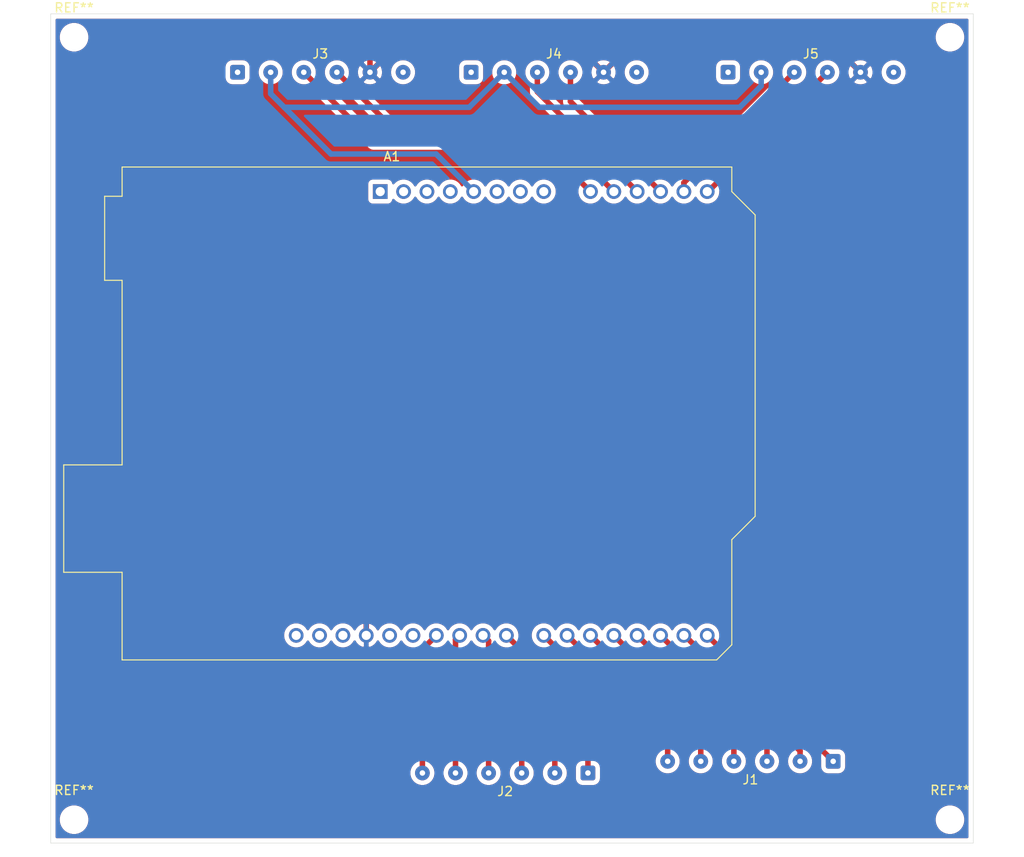
<source format=kicad_pcb>
(kicad_pcb (version 20171130) (host pcbnew "(5.1.9)-1")

  (general
    (thickness 1.6)
    (drawings 4)
    (tracks 62)
    (zones 0)
    (modules 10)
    (nets 39)
  )

  (page A4)
  (layers
    (0 F.Cu signal)
    (31 B.Cu signal)
    (32 B.Adhes user)
    (33 F.Adhes user)
    (34 B.Paste user)
    (35 F.Paste user)
    (36 B.SilkS user)
    (37 F.SilkS user)
    (38 B.Mask user)
    (39 F.Mask user)
    (40 Dwgs.User user)
    (41 Cmts.User user)
    (42 Eco1.User user)
    (43 Eco2.User user)
    (44 Edge.Cuts user)
    (45 Margin user)
    (46 B.CrtYd user)
    (47 F.CrtYd user)
    (48 B.Fab user)
    (49 F.Fab user)
  )

  (setup
    (last_trace_width 0.25)
    (trace_clearance 0.2)
    (zone_clearance 0.508)
    (zone_45_only no)
    (trace_min 0.2)
    (via_size 0.8)
    (via_drill 0.4)
    (via_min_size 0.4)
    (via_min_drill 0.3)
    (uvia_size 0.3)
    (uvia_drill 0.1)
    (uvias_allowed no)
    (uvia_min_size 0.2)
    (uvia_min_drill 0.1)
    (edge_width 0.05)
    (segment_width 0.2)
    (pcb_text_width 0.3)
    (pcb_text_size 1.5 1.5)
    (mod_edge_width 0.12)
    (mod_text_size 1 1)
    (mod_text_width 0.15)
    (pad_size 1.524 1.524)
    (pad_drill 0.762)
    (pad_to_mask_clearance 0)
    (aux_axis_origin 0 0)
    (visible_elements 7FFFFFFF)
    (pcbplotparams
      (layerselection 0x010fc_ffffffff)
      (usegerberextensions false)
      (usegerberattributes true)
      (usegerberadvancedattributes true)
      (creategerberjobfile true)
      (excludeedgelayer true)
      (linewidth 0.100000)
      (plotframeref false)
      (viasonmask false)
      (mode 1)
      (useauxorigin false)
      (hpglpennumber 1)
      (hpglpenspeed 20)
      (hpglpendiameter 15.000000)
      (psnegative false)
      (psa4output false)
      (plotreference true)
      (plotvalue true)
      (plotinvisibletext false)
      (padsonsilk false)
      (subtractmaskfromsilk false)
      (outputformat 1)
      (mirror false)
      (drillshape 1)
      (scaleselection 1)
      (outputdirectory ""))
  )

  (net 0 "")
  (net 1 "Net-(A1-Pad32)")
  (net 2 "Net-(A1-Pad31)")
  (net 3 "Net-(A1-Pad1)")
  (net 4 "Net-(A1-Pad17)")
  (net 5 "Net-(A1-Pad2)")
  (net 6 "Net-(A1-Pad18)")
  (net 7 "Net-(A1-Pad3)")
  (net 8 "Net-(A1-Pad19)")
  (net 9 "Net-(A1-Pad4)")
  (net 10 "Net-(A1-Pad20)")
  (net 11 +5V)
  (net 12 "Net-(A1-Pad21)")
  (net 13 "Net-(A1-Pad6)")
  (net 14 "Net-(A1-Pad22)")
  (net 15 "Net-(A1-Pad7)")
  (net 16 "Net-(A1-Pad23)")
  (net 17 "Net-(A1-Pad8)")
  (net 18 "Net-(A1-Pad24)")
  (net 19 "Net-(A1-Pad9)")
  (net 20 "Net-(A1-Pad25)")
  (net 21 "Net-(A1-Pad10)")
  (net 22 "Net-(A1-Pad26)")
  (net 23 "Net-(A1-Pad11)")
  (net 24 "Net-(A1-Pad27)")
  (net 25 "Net-(A1-Pad12)")
  (net 26 "Net-(A1-Pad28)")
  (net 27 "Net-(A1-Pad13)")
  (net 28 GND)
  (net 29 "Net-(A1-Pad14)")
  (net 30 "Net-(A1-Pad30)")
  (net 31 "Net-(A1-Pad15)")
  (net 32 "Net-(A1-Pad16)")
  (net 33 "Net-(J3-Pad1)")
  (net 34 "Net-(J3-Pad6)")
  (net 35 "Net-(J4-Pad6)")
  (net 36 "Net-(J4-Pad1)")
  (net 37 "Net-(J5-Pad1)")
  (net 38 "Net-(J5-Pad6)")

  (net_class Default "This is the default net class."
    (clearance 0.2)
    (trace_width 0.25)
    (via_dia 0.8)
    (via_drill 0.4)
    (uvia_dia 0.3)
    (uvia_drill 0.1)
  )

  (net_class used ""
    (clearance 0.2)
    (trace_width 0.6)
    (via_dia 0.8)
    (via_drill 0.4)
    (uvia_dia 0.3)
    (uvia_drill 0.1)
    (add_net +5V)
    (add_net GND)
    (add_net "Net-(A1-Pad1)")
    (add_net "Net-(A1-Pad10)")
    (add_net "Net-(A1-Pad11)")
    (add_net "Net-(A1-Pad12)")
    (add_net "Net-(A1-Pad13)")
    (add_net "Net-(A1-Pad14)")
    (add_net "Net-(A1-Pad15)")
    (add_net "Net-(A1-Pad16)")
    (add_net "Net-(A1-Pad17)")
    (add_net "Net-(A1-Pad18)")
    (add_net "Net-(A1-Pad19)")
    (add_net "Net-(A1-Pad2)")
    (add_net "Net-(A1-Pad20)")
    (add_net "Net-(A1-Pad21)")
    (add_net "Net-(A1-Pad22)")
    (add_net "Net-(A1-Pad23)")
    (add_net "Net-(A1-Pad24)")
    (add_net "Net-(A1-Pad25)")
    (add_net "Net-(A1-Pad26)")
    (add_net "Net-(A1-Pad27)")
    (add_net "Net-(A1-Pad28)")
    (add_net "Net-(A1-Pad3)")
    (add_net "Net-(A1-Pad30)")
    (add_net "Net-(A1-Pad31)")
    (add_net "Net-(A1-Pad32)")
    (add_net "Net-(A1-Pad4)")
    (add_net "Net-(A1-Pad6)")
    (add_net "Net-(A1-Pad7)")
    (add_net "Net-(A1-Pad8)")
    (add_net "Net-(A1-Pad9)")
    (add_net "Net-(J3-Pad1)")
    (add_net "Net-(J3-Pad6)")
    (add_net "Net-(J4-Pad1)")
    (add_net "Net-(J4-Pad6)")
    (add_net "Net-(J5-Pad1)")
    (add_net "Net-(J5-Pad6)")
  )

  (module MountingHole:MountingHole_2.1mm (layer F.Cu) (tedit 5B924765) (tstamp 608F719A)
    (at 107.95 52.07)
    (descr "Mounting Hole 2.1mm, no annular")
    (tags "mounting hole 2.1mm no annular")
    (attr virtual)
    (fp_text reference REF** (at 0 -3.2) (layer F.SilkS)
      (effects (font (size 1 1) (thickness 0.15)))
    )
    (fp_text value MountingHole_2.1mm (at 0 3.2) (layer F.Fab)
      (effects (font (size 1 1) (thickness 0.15)))
    )
    (fp_circle (center 0 0) (end 2.35 0) (layer F.CrtYd) (width 0.05))
    (fp_circle (center 0 0) (end 2.1 0) (layer Cmts.User) (width 0.15))
    (fp_text user %R (at 0.3 0) (layer F.Fab)
      (effects (font (size 1 1) (thickness 0.15)))
    )
    (pad "" np_thru_hole circle (at 0 0) (size 2.1 2.1) (drill 2.1) (layers *.Cu *.Mask))
  )

  (module MountingHole:MountingHole_2.1mm (layer F.Cu) (tedit 5B924765) (tstamp 608F716F)
    (at 107.95 137.16)
    (descr "Mounting Hole 2.1mm, no annular")
    (tags "mounting hole 2.1mm no annular")
    (attr virtual)
    (fp_text reference REF** (at 0 -3.2) (layer F.SilkS)
      (effects (font (size 1 1) (thickness 0.15)))
    )
    (fp_text value MountingHole_2.1mm (at 0 3.2) (layer F.Fab)
      (effects (font (size 1 1) (thickness 0.15)))
    )
    (fp_circle (center 0 0) (end 2.35 0) (layer F.CrtYd) (width 0.05))
    (fp_circle (center 0 0) (end 2.1 0) (layer Cmts.User) (width 0.15))
    (fp_text user %R (at 0.3 0) (layer F.Fab)
      (effects (font (size 1 1) (thickness 0.15)))
    )
    (pad "" np_thru_hole circle (at 0 0) (size 2.1 2.1) (drill 2.1) (layers *.Cu *.Mask))
  )

  (module MountingHole:MountingHole_2.1mm (layer F.Cu) (tedit 5B924765) (tstamp 608F7144)
    (at 203.2 137.16)
    (descr "Mounting Hole 2.1mm, no annular")
    (tags "mounting hole 2.1mm no annular")
    (attr virtual)
    (fp_text reference REF** (at 0 -3.2) (layer F.SilkS)
      (effects (font (size 1 1) (thickness 0.15)))
    )
    (fp_text value MountingHole_2.1mm (at 0 3.2) (layer F.Fab)
      (effects (font (size 1 1) (thickness 0.15)))
    )
    (fp_circle (center 0 0) (end 2.35 0) (layer F.CrtYd) (width 0.05))
    (fp_circle (center 0 0) (end 2.1 0) (layer Cmts.User) (width 0.15))
    (fp_text user %R (at 0.3 0) (layer F.Fab)
      (effects (font (size 1 1) (thickness 0.15)))
    )
    (pad "" np_thru_hole circle (at 0 0) (size 2.1 2.1) (drill 2.1) (layers *.Cu *.Mask))
  )

  (module MountingHole:MountingHole_2.1mm (layer F.Cu) (tedit 5B924765) (tstamp 608F7119)
    (at 203.2 52.07)
    (descr "Mounting Hole 2.1mm, no annular")
    (tags "mounting hole 2.1mm no annular")
    (attr virtual)
    (fp_text reference REF** (at 0 -3.2) (layer F.SilkS)
      (effects (font (size 1 1) (thickness 0.15)))
    )
    (fp_text value MountingHole_2.1mm (at 0 3.2) (layer F.Fab)
      (effects (font (size 1 1) (thickness 0.15)))
    )
    (fp_circle (center 0 0) (end 2.35 0) (layer F.CrtYd) (width 0.05))
    (fp_circle (center 0 0) (end 2.1 0) (layer Cmts.User) (width 0.15))
    (fp_text user %R (at 0.3 0) (layer F.Fab)
      (effects (font (size 1 1) (thickness 0.15)))
    )
    (pad "" np_thru_hole circle (at 0 0) (size 2.1 2.1) (drill 2.1) (layers *.Cu *.Mask))
  )

  (module Connector_Wire:SolderWire-0.1sqmm_1x06_P3.6mm_D0.4mm_OD1mm (layer F.Cu) (tedit 5EB70B42) (tstamp 608F6266)
    (at 125.73 55.88)
    (descr "Soldered wire connection, for 6 times 0.1 mm² wires, basic insulation, conductor diameter 0.4mm, outer diameter 1mm, size source Multi-Contact FLEXI-E 0.1 (https://ec.staubli.com/AcroFiles/Catalogues/TM_Cab-Main-11014119_(en)_hi.pdf), bend radius 3 times outer diameter, generated with kicad-footprint-generator")
    (tags "connector wire 0.1sqmm")
    (path /60900617)
    (attr virtual)
    (fp_text reference J3 (at 9 -2) (layer F.SilkS)
      (effects (font (size 1 1) (thickness 0.15)))
    )
    (fp_text value Conn_01x06 (at 9 2) (layer F.Fab)
      (effects (font (size 1 1) (thickness 0.15)))
    )
    (fp_circle (center 0 0) (end 0.5 0) (layer F.Fab) (width 0.1))
    (fp_circle (center 3.6 0) (end 4.1 0) (layer F.Fab) (width 0.1))
    (fp_circle (center 7.2 0) (end 7.7 0) (layer F.Fab) (width 0.1))
    (fp_circle (center 10.8 0) (end 11.3 0) (layer F.Fab) (width 0.1))
    (fp_circle (center 14.4 0) (end 14.9 0) (layer F.Fab) (width 0.1))
    (fp_circle (center 18 0) (end 18.5 0) (layer F.Fab) (width 0.1))
    (fp_line (start -1.3 -1.3) (end -1.3 1.3) (layer F.CrtYd) (width 0.05))
    (fp_line (start -1.3 1.3) (end 1.3 1.3) (layer F.CrtYd) (width 0.05))
    (fp_line (start 1.3 1.3) (end 1.3 -1.3) (layer F.CrtYd) (width 0.05))
    (fp_line (start 1.3 -1.3) (end -1.3 -1.3) (layer F.CrtYd) (width 0.05))
    (fp_line (start 2.3 -1.3) (end 2.3 1.3) (layer F.CrtYd) (width 0.05))
    (fp_line (start 2.3 1.3) (end 4.9 1.3) (layer F.CrtYd) (width 0.05))
    (fp_line (start 4.9 1.3) (end 4.9 -1.3) (layer F.CrtYd) (width 0.05))
    (fp_line (start 4.9 -1.3) (end 2.3 -1.3) (layer F.CrtYd) (width 0.05))
    (fp_line (start 5.9 -1.3) (end 5.9 1.3) (layer F.CrtYd) (width 0.05))
    (fp_line (start 5.9 1.3) (end 8.5 1.3) (layer F.CrtYd) (width 0.05))
    (fp_line (start 8.5 1.3) (end 8.5 -1.3) (layer F.CrtYd) (width 0.05))
    (fp_line (start 8.5 -1.3) (end 5.9 -1.3) (layer F.CrtYd) (width 0.05))
    (fp_line (start 9.5 -1.3) (end 9.5 1.3) (layer F.CrtYd) (width 0.05))
    (fp_line (start 9.5 1.3) (end 12.1 1.3) (layer F.CrtYd) (width 0.05))
    (fp_line (start 12.1 1.3) (end 12.1 -1.3) (layer F.CrtYd) (width 0.05))
    (fp_line (start 12.1 -1.3) (end 9.5 -1.3) (layer F.CrtYd) (width 0.05))
    (fp_line (start 13.1 -1.3) (end 13.1 1.3) (layer F.CrtYd) (width 0.05))
    (fp_line (start 13.1 1.3) (end 15.7 1.3) (layer F.CrtYd) (width 0.05))
    (fp_line (start 15.7 1.3) (end 15.7 -1.3) (layer F.CrtYd) (width 0.05))
    (fp_line (start 15.7 -1.3) (end 13.1 -1.3) (layer F.CrtYd) (width 0.05))
    (fp_line (start 16.7 -1.3) (end 16.7 1.3) (layer F.CrtYd) (width 0.05))
    (fp_line (start 16.7 1.3) (end 19.3 1.3) (layer F.CrtYd) (width 0.05))
    (fp_line (start 19.3 1.3) (end 19.3 -1.3) (layer F.CrtYd) (width 0.05))
    (fp_line (start 19.3 -1.3) (end 16.7 -1.3) (layer F.CrtYd) (width 0.05))
    (fp_text user %R (at 9 0 90) (layer F.Fab)
      (effects (font (size 0.65 0.65) (thickness 0.1)))
    )
    (pad 1 thru_hole roundrect (at 0 0) (size 1.6 1.6) (drill 0.6) (layers *.Cu *.Mask) (roundrect_rratio 0.15625)
      (net 33 "Net-(J3-Pad1)"))
    (pad 2 thru_hole circle (at 3.6 0) (size 1.6 1.6) (drill 0.6) (layers *.Cu *.Mask)
      (net 11 +5V))
    (pad 3 thru_hole circle (at 7.2 0) (size 1.6 1.6) (drill 0.6) (layers *.Cu *.Mask)
      (net 19 "Net-(A1-Pad9)"))
    (pad 4 thru_hole circle (at 10.8 0) (size 1.6 1.6) (drill 0.6) (layers *.Cu *.Mask)
      (net 21 "Net-(A1-Pad10)"))
    (pad 5 thru_hole circle (at 14.4 0) (size 1.6 1.6) (drill 0.6) (layers *.Cu *.Mask)
      (net 28 GND))
    (pad 6 thru_hole circle (at 18 0) (size 1.6 1.6) (drill 0.6) (layers *.Cu *.Mask)
      (net 34 "Net-(J3-Pad6)"))
    (model ${KISYS3DMOD}/Connector_Wire.3dshapes/SolderWire-0.1sqmm_1x06_P3.6mm_D0.4mm_OD1mm.wrl
      (at (xyz 0 0 0))
      (scale (xyz 1 1 1))
      (rotate (xyz 0 0 0))
    )
  )

  (module Module:Arduino_UNO_R3 (layer F.Cu) (tedit 58AB60FC) (tstamp 608F61EB)
    (at 141.245001 68.855001)
    (descr "Arduino UNO R3, http://www.mouser.com/pdfdocs/Gravitech_Arduino_Nano3_0.pdf")
    (tags "Arduino UNO R3")
    (path /608F091F)
    (fp_text reference A1 (at 1.27 -3.81 180) (layer F.SilkS)
      (effects (font (size 1 1) (thickness 0.15)))
    )
    (fp_text value Arduino_UNO_R3 (at 0 22.86) (layer F.Fab)
      (effects (font (size 1 1) (thickness 0.15)))
    )
    (fp_line (start 38.35 -2.79) (end 38.35 0) (layer F.CrtYd) (width 0.05))
    (fp_line (start 38.35 0) (end 40.89 2.54) (layer F.CrtYd) (width 0.05))
    (fp_line (start 40.89 2.54) (end 40.89 35.31) (layer F.CrtYd) (width 0.05))
    (fp_line (start 40.89 35.31) (end 38.35 37.85) (layer F.CrtYd) (width 0.05))
    (fp_line (start 38.35 37.85) (end 38.35 49.28) (layer F.CrtYd) (width 0.05))
    (fp_line (start 38.35 49.28) (end 36.58 51.05) (layer F.CrtYd) (width 0.05))
    (fp_line (start 36.58 51.05) (end -28.19 51.05) (layer F.CrtYd) (width 0.05))
    (fp_line (start -28.19 51.05) (end -28.19 41.53) (layer F.CrtYd) (width 0.05))
    (fp_line (start -28.19 41.53) (end -34.54 41.53) (layer F.CrtYd) (width 0.05))
    (fp_line (start -34.54 41.53) (end -34.54 29.59) (layer F.CrtYd) (width 0.05))
    (fp_line (start -34.54 29.59) (end -28.19 29.59) (layer F.CrtYd) (width 0.05))
    (fp_line (start -28.19 29.59) (end -28.19 9.78) (layer F.CrtYd) (width 0.05))
    (fp_line (start -28.19 9.78) (end -30.1 9.78) (layer F.CrtYd) (width 0.05))
    (fp_line (start -30.1 9.78) (end -30.1 0.38) (layer F.CrtYd) (width 0.05))
    (fp_line (start -30.1 0.38) (end -28.19 0.38) (layer F.CrtYd) (width 0.05))
    (fp_line (start -28.19 0.38) (end -28.19 -2.79) (layer F.CrtYd) (width 0.05))
    (fp_line (start -28.19 -2.79) (end 38.35 -2.79) (layer F.CrtYd) (width 0.05))
    (fp_line (start 40.77 35.31) (end 40.77 2.54) (layer F.SilkS) (width 0.12))
    (fp_line (start 40.77 2.54) (end 38.23 0) (layer F.SilkS) (width 0.12))
    (fp_line (start 38.23 0) (end 38.23 -2.67) (layer F.SilkS) (width 0.12))
    (fp_line (start 38.23 -2.67) (end -28.07 -2.67) (layer F.SilkS) (width 0.12))
    (fp_line (start -28.07 -2.67) (end -28.07 0.51) (layer F.SilkS) (width 0.12))
    (fp_line (start -28.07 0.51) (end -29.97 0.51) (layer F.SilkS) (width 0.12))
    (fp_line (start -29.97 0.51) (end -29.97 9.65) (layer F.SilkS) (width 0.12))
    (fp_line (start -29.97 9.65) (end -28.07 9.65) (layer F.SilkS) (width 0.12))
    (fp_line (start -28.07 9.65) (end -28.07 29.72) (layer F.SilkS) (width 0.12))
    (fp_line (start -28.07 29.72) (end -34.42 29.72) (layer F.SilkS) (width 0.12))
    (fp_line (start -34.42 29.72) (end -34.42 41.4) (layer F.SilkS) (width 0.12))
    (fp_line (start -34.42 41.4) (end -28.07 41.4) (layer F.SilkS) (width 0.12))
    (fp_line (start -28.07 41.4) (end -28.07 50.93) (layer F.SilkS) (width 0.12))
    (fp_line (start -28.07 50.93) (end 36.58 50.93) (layer F.SilkS) (width 0.12))
    (fp_line (start 36.58 50.93) (end 38.23 49.28) (layer F.SilkS) (width 0.12))
    (fp_line (start 38.23 49.28) (end 38.23 37.85) (layer F.SilkS) (width 0.12))
    (fp_line (start 38.23 37.85) (end 40.77 35.31) (layer F.SilkS) (width 0.12))
    (fp_line (start -34.29 29.84) (end -18.41 29.84) (layer F.Fab) (width 0.1))
    (fp_line (start -18.41 29.84) (end -18.41 41.27) (layer F.Fab) (width 0.1))
    (fp_line (start -18.41 41.27) (end -34.29 41.27) (layer F.Fab) (width 0.1))
    (fp_line (start -34.29 41.27) (end -34.29 29.84) (layer F.Fab) (width 0.1))
    (fp_line (start -29.84 0.64) (end -16.51 0.64) (layer F.Fab) (width 0.1))
    (fp_line (start -16.51 0.64) (end -16.51 9.53) (layer F.Fab) (width 0.1))
    (fp_line (start -16.51 9.53) (end -29.84 9.53) (layer F.Fab) (width 0.1))
    (fp_line (start -29.84 9.53) (end -29.84 0.64) (layer F.Fab) (width 0.1))
    (fp_line (start 38.1 37.85) (end 38.1 49.28) (layer F.Fab) (width 0.1))
    (fp_line (start 40.64 2.54) (end 40.64 35.31) (layer F.Fab) (width 0.1))
    (fp_line (start 40.64 35.31) (end 38.1 37.85) (layer F.Fab) (width 0.1))
    (fp_line (start 38.1 -2.54) (end 38.1 0) (layer F.Fab) (width 0.1))
    (fp_line (start 38.1 0) (end 40.64 2.54) (layer F.Fab) (width 0.1))
    (fp_line (start 38.1 49.28) (end 36.58 50.8) (layer F.Fab) (width 0.1))
    (fp_line (start 36.58 50.8) (end -27.94 50.8) (layer F.Fab) (width 0.1))
    (fp_line (start -27.94 50.8) (end -27.94 -2.54) (layer F.Fab) (width 0.1))
    (fp_line (start -27.94 -2.54) (end 38.1 -2.54) (layer F.Fab) (width 0.1))
    (fp_text user %R (at 0 20.32 180) (layer F.Fab)
      (effects (font (size 1 1) (thickness 0.15)))
    )
    (pad 32 thru_hole oval (at -9.14 48.26 90) (size 1.6 1.6) (drill 1) (layers *.Cu *.Mask)
      (net 1 "Net-(A1-Pad32)"))
    (pad 31 thru_hole oval (at -6.6 48.26 90) (size 1.6 1.6) (drill 1) (layers *.Cu *.Mask)
      (net 2 "Net-(A1-Pad31)"))
    (pad 1 thru_hole rect (at 0 0 90) (size 1.6 1.6) (drill 1) (layers *.Cu *.Mask)
      (net 3 "Net-(A1-Pad1)"))
    (pad 17 thru_hole oval (at 30.48 48.26 90) (size 1.6 1.6) (drill 1) (layers *.Cu *.Mask)
      (net 4 "Net-(A1-Pad17)"))
    (pad 2 thru_hole oval (at 2.54 0 90) (size 1.6 1.6) (drill 1) (layers *.Cu *.Mask)
      (net 5 "Net-(A1-Pad2)"))
    (pad 18 thru_hole oval (at 27.94 48.26 90) (size 1.6 1.6) (drill 1) (layers *.Cu *.Mask)
      (net 6 "Net-(A1-Pad18)"))
    (pad 3 thru_hole oval (at 5.08 0 90) (size 1.6 1.6) (drill 1) (layers *.Cu *.Mask)
      (net 7 "Net-(A1-Pad3)"))
    (pad 19 thru_hole oval (at 25.4 48.26 90) (size 1.6 1.6) (drill 1) (layers *.Cu *.Mask)
      (net 8 "Net-(A1-Pad19)"))
    (pad 4 thru_hole oval (at 7.62 0 90) (size 1.6 1.6) (drill 1) (layers *.Cu *.Mask)
      (net 9 "Net-(A1-Pad4)"))
    (pad 20 thru_hole oval (at 22.86 48.26 90) (size 1.6 1.6) (drill 1) (layers *.Cu *.Mask)
      (net 10 "Net-(A1-Pad20)"))
    (pad 5 thru_hole oval (at 10.16 0 90) (size 1.6 1.6) (drill 1) (layers *.Cu *.Mask)
      (net 11 +5V))
    (pad 21 thru_hole oval (at 20.32 48.26 90) (size 1.6 1.6) (drill 1) (layers *.Cu *.Mask)
      (net 12 "Net-(A1-Pad21)"))
    (pad 6 thru_hole oval (at 12.7 0 90) (size 1.6 1.6) (drill 1) (layers *.Cu *.Mask)
      (net 13 "Net-(A1-Pad6)"))
    (pad 22 thru_hole oval (at 17.78 48.26 90) (size 1.6 1.6) (drill 1) (layers *.Cu *.Mask)
      (net 14 "Net-(A1-Pad22)"))
    (pad 7 thru_hole oval (at 15.24 0 90) (size 1.6 1.6) (drill 1) (layers *.Cu *.Mask)
      (net 15 "Net-(A1-Pad7)"))
    (pad 23 thru_hole oval (at 13.72 48.26 90) (size 1.6 1.6) (drill 1) (layers *.Cu *.Mask)
      (net 16 "Net-(A1-Pad23)"))
    (pad 8 thru_hole oval (at 17.78 0 90) (size 1.6 1.6) (drill 1) (layers *.Cu *.Mask)
      (net 17 "Net-(A1-Pad8)"))
    (pad 24 thru_hole oval (at 11.18 48.26 90) (size 1.6 1.6) (drill 1) (layers *.Cu *.Mask)
      (net 18 "Net-(A1-Pad24)"))
    (pad 9 thru_hole oval (at 22.86 0 90) (size 1.6 1.6) (drill 1) (layers *.Cu *.Mask)
      (net 19 "Net-(A1-Pad9)"))
    (pad 25 thru_hole oval (at 8.64 48.26 90) (size 1.6 1.6) (drill 1) (layers *.Cu *.Mask)
      (net 20 "Net-(A1-Pad25)"))
    (pad 10 thru_hole oval (at 25.4 0 90) (size 1.6 1.6) (drill 1) (layers *.Cu *.Mask)
      (net 21 "Net-(A1-Pad10)"))
    (pad 26 thru_hole oval (at 6.1 48.26 90) (size 1.6 1.6) (drill 1) (layers *.Cu *.Mask)
      (net 22 "Net-(A1-Pad26)"))
    (pad 11 thru_hole oval (at 27.94 0 90) (size 1.6 1.6) (drill 1) (layers *.Cu *.Mask)
      (net 23 "Net-(A1-Pad11)"))
    (pad 27 thru_hole oval (at 3.56 48.26 90) (size 1.6 1.6) (drill 1) (layers *.Cu *.Mask)
      (net 24 "Net-(A1-Pad27)"))
    (pad 12 thru_hole oval (at 30.48 0 90) (size 1.6 1.6) (drill 1) (layers *.Cu *.Mask)
      (net 25 "Net-(A1-Pad12)"))
    (pad 28 thru_hole oval (at 1.02 48.26 90) (size 1.6 1.6) (drill 1) (layers *.Cu *.Mask)
      (net 26 "Net-(A1-Pad28)"))
    (pad 13 thru_hole oval (at 33.02 0 90) (size 1.6 1.6) (drill 1) (layers *.Cu *.Mask)
      (net 27 "Net-(A1-Pad13)"))
    (pad 29 thru_hole oval (at -1.52 48.26 90) (size 1.6 1.6) (drill 1) (layers *.Cu *.Mask)
      (net 28 GND))
    (pad 14 thru_hole oval (at 35.56 0 90) (size 1.6 1.6) (drill 1) (layers *.Cu *.Mask)
      (net 29 "Net-(A1-Pad14)"))
    (pad 30 thru_hole oval (at -4.06 48.26 90) (size 1.6 1.6) (drill 1) (layers *.Cu *.Mask)
      (net 30 "Net-(A1-Pad30)"))
    (pad 15 thru_hole oval (at 35.56 48.26 90) (size 1.6 1.6) (drill 1) (layers *.Cu *.Mask)
      (net 31 "Net-(A1-Pad15)"))
    (pad 16 thru_hole oval (at 33.02 48.26 90) (size 1.6 1.6) (drill 1) (layers *.Cu *.Mask)
      (net 32 "Net-(A1-Pad16)"))
    (model ${KISYS3DMOD}/Module.3dshapes/Arduino_UNO_R3.wrl
      (at (xyz 0 0 0))
      (scale (xyz 1 1 1))
      (rotate (xyz 0 0 0))
    )
  )

  (module Connector_Wire:SolderWire-0.1sqmm_1x06_P3.6mm_D0.4mm_OD1mm (layer F.Cu) (tedit 5EB70B42) (tstamp 608F6214)
    (at 190.5 130.81 180)
    (descr "Soldered wire connection, for 6 times 0.1 mm² wires, basic insulation, conductor diameter 0.4mm, outer diameter 1mm, size source Multi-Contact FLEXI-E 0.1 (https://ec.staubli.com/AcroFiles/Catalogues/TM_Cab-Main-11014119_(en)_hi.pdf), bend radius 3 times outer diameter, generated with kicad-footprint-generator")
    (tags "connector wire 0.1sqmm")
    (path /6092A2CF)
    (attr virtual)
    (fp_text reference J1 (at 9 -2) (layer F.SilkS)
      (effects (font (size 1 1) (thickness 0.15)))
    )
    (fp_text value Conn_01x06 (at 9 2) (layer F.Fab)
      (effects (font (size 1 1) (thickness 0.15)))
    )
    (fp_line (start 19.3 -1.3) (end 16.7 -1.3) (layer F.CrtYd) (width 0.05))
    (fp_line (start 19.3 1.3) (end 19.3 -1.3) (layer F.CrtYd) (width 0.05))
    (fp_line (start 16.7 1.3) (end 19.3 1.3) (layer F.CrtYd) (width 0.05))
    (fp_line (start 16.7 -1.3) (end 16.7 1.3) (layer F.CrtYd) (width 0.05))
    (fp_line (start 15.7 -1.3) (end 13.1 -1.3) (layer F.CrtYd) (width 0.05))
    (fp_line (start 15.7 1.3) (end 15.7 -1.3) (layer F.CrtYd) (width 0.05))
    (fp_line (start 13.1 1.3) (end 15.7 1.3) (layer F.CrtYd) (width 0.05))
    (fp_line (start 13.1 -1.3) (end 13.1 1.3) (layer F.CrtYd) (width 0.05))
    (fp_line (start 12.1 -1.3) (end 9.5 -1.3) (layer F.CrtYd) (width 0.05))
    (fp_line (start 12.1 1.3) (end 12.1 -1.3) (layer F.CrtYd) (width 0.05))
    (fp_line (start 9.5 1.3) (end 12.1 1.3) (layer F.CrtYd) (width 0.05))
    (fp_line (start 9.5 -1.3) (end 9.5 1.3) (layer F.CrtYd) (width 0.05))
    (fp_line (start 8.5 -1.3) (end 5.9 -1.3) (layer F.CrtYd) (width 0.05))
    (fp_line (start 8.5 1.3) (end 8.5 -1.3) (layer F.CrtYd) (width 0.05))
    (fp_line (start 5.9 1.3) (end 8.5 1.3) (layer F.CrtYd) (width 0.05))
    (fp_line (start 5.9 -1.3) (end 5.9 1.3) (layer F.CrtYd) (width 0.05))
    (fp_line (start 4.9 -1.3) (end 2.3 -1.3) (layer F.CrtYd) (width 0.05))
    (fp_line (start 4.9 1.3) (end 4.9 -1.3) (layer F.CrtYd) (width 0.05))
    (fp_line (start 2.3 1.3) (end 4.9 1.3) (layer F.CrtYd) (width 0.05))
    (fp_line (start 2.3 -1.3) (end 2.3 1.3) (layer F.CrtYd) (width 0.05))
    (fp_line (start 1.3 -1.3) (end -1.3 -1.3) (layer F.CrtYd) (width 0.05))
    (fp_line (start 1.3 1.3) (end 1.3 -1.3) (layer F.CrtYd) (width 0.05))
    (fp_line (start -1.3 1.3) (end 1.3 1.3) (layer F.CrtYd) (width 0.05))
    (fp_line (start -1.3 -1.3) (end -1.3 1.3) (layer F.CrtYd) (width 0.05))
    (fp_circle (center 18 0) (end 18.5 0) (layer F.Fab) (width 0.1))
    (fp_circle (center 14.4 0) (end 14.9 0) (layer F.Fab) (width 0.1))
    (fp_circle (center 10.8 0) (end 11.3 0) (layer F.Fab) (width 0.1))
    (fp_circle (center 7.2 0) (end 7.7 0) (layer F.Fab) (width 0.1))
    (fp_circle (center 3.6 0) (end 4.1 0) (layer F.Fab) (width 0.1))
    (fp_circle (center 0 0) (end 0.5 0) (layer F.Fab) (width 0.1))
    (fp_text user %R (at 9 0 90) (layer F.Fab)
      (effects (font (size 0.65 0.65) (thickness 0.1)))
    )
    (pad 6 thru_hole circle (at 18 0 180) (size 1.6 1.6) (drill 0.6) (layers *.Cu *.Mask)
      (net 10 "Net-(A1-Pad20)"))
    (pad 5 thru_hole circle (at 14.4 0 180) (size 1.6 1.6) (drill 0.6) (layers *.Cu *.Mask)
      (net 8 "Net-(A1-Pad19)"))
    (pad 4 thru_hole circle (at 10.8 0 180) (size 1.6 1.6) (drill 0.6) (layers *.Cu *.Mask)
      (net 6 "Net-(A1-Pad18)"))
    (pad 3 thru_hole circle (at 7.2 0 180) (size 1.6 1.6) (drill 0.6) (layers *.Cu *.Mask)
      (net 4 "Net-(A1-Pad17)"))
    (pad 2 thru_hole circle (at 3.6 0 180) (size 1.6 1.6) (drill 0.6) (layers *.Cu *.Mask)
      (net 32 "Net-(A1-Pad16)"))
    (pad 1 thru_hole roundrect (at 0 0 180) (size 1.6 1.6) (drill 0.6) (layers *.Cu *.Mask) (roundrect_rratio 0.15625)
      (net 31 "Net-(A1-Pad15)"))
    (model ${KISYS3DMOD}/Connector_Wire.3dshapes/SolderWire-0.1sqmm_1x06_P3.6mm_D0.4mm_OD1mm.wrl
      (at (xyz 0 0 0))
      (scale (xyz 1 1 1))
      (rotate (xyz 0 0 0))
    )
  )

  (module Connector_Wire:SolderWire-0.1sqmm_1x06_P3.6mm_D0.4mm_OD1mm (layer F.Cu) (tedit 5EB70B42) (tstamp 608F623D)
    (at 163.83 132.08 180)
    (descr "Soldered wire connection, for 6 times 0.1 mm² wires, basic insulation, conductor diameter 0.4mm, outer diameter 1mm, size source Multi-Contact FLEXI-E 0.1 (https://ec.staubli.com/AcroFiles/Catalogues/TM_Cab-Main-11014119_(en)_hi.pdf), bend radius 3 times outer diameter, generated with kicad-footprint-generator")
    (tags "connector wire 0.1sqmm")
    (path /6092AEAC)
    (attr virtual)
    (fp_text reference J2 (at 9 -2) (layer F.SilkS)
      (effects (font (size 1 1) (thickness 0.15)))
    )
    (fp_text value Conn_01x06 (at 9 2) (layer F.Fab)
      (effects (font (size 1 1) (thickness 0.15)))
    )
    (fp_circle (center 0 0) (end 0.5 0) (layer F.Fab) (width 0.1))
    (fp_circle (center 3.6 0) (end 4.1 0) (layer F.Fab) (width 0.1))
    (fp_circle (center 7.2 0) (end 7.7 0) (layer F.Fab) (width 0.1))
    (fp_circle (center 10.8 0) (end 11.3 0) (layer F.Fab) (width 0.1))
    (fp_circle (center 14.4 0) (end 14.9 0) (layer F.Fab) (width 0.1))
    (fp_circle (center 18 0) (end 18.5 0) (layer F.Fab) (width 0.1))
    (fp_line (start -1.3 -1.3) (end -1.3 1.3) (layer F.CrtYd) (width 0.05))
    (fp_line (start -1.3 1.3) (end 1.3 1.3) (layer F.CrtYd) (width 0.05))
    (fp_line (start 1.3 1.3) (end 1.3 -1.3) (layer F.CrtYd) (width 0.05))
    (fp_line (start 1.3 -1.3) (end -1.3 -1.3) (layer F.CrtYd) (width 0.05))
    (fp_line (start 2.3 -1.3) (end 2.3 1.3) (layer F.CrtYd) (width 0.05))
    (fp_line (start 2.3 1.3) (end 4.9 1.3) (layer F.CrtYd) (width 0.05))
    (fp_line (start 4.9 1.3) (end 4.9 -1.3) (layer F.CrtYd) (width 0.05))
    (fp_line (start 4.9 -1.3) (end 2.3 -1.3) (layer F.CrtYd) (width 0.05))
    (fp_line (start 5.9 -1.3) (end 5.9 1.3) (layer F.CrtYd) (width 0.05))
    (fp_line (start 5.9 1.3) (end 8.5 1.3) (layer F.CrtYd) (width 0.05))
    (fp_line (start 8.5 1.3) (end 8.5 -1.3) (layer F.CrtYd) (width 0.05))
    (fp_line (start 8.5 -1.3) (end 5.9 -1.3) (layer F.CrtYd) (width 0.05))
    (fp_line (start 9.5 -1.3) (end 9.5 1.3) (layer F.CrtYd) (width 0.05))
    (fp_line (start 9.5 1.3) (end 12.1 1.3) (layer F.CrtYd) (width 0.05))
    (fp_line (start 12.1 1.3) (end 12.1 -1.3) (layer F.CrtYd) (width 0.05))
    (fp_line (start 12.1 -1.3) (end 9.5 -1.3) (layer F.CrtYd) (width 0.05))
    (fp_line (start 13.1 -1.3) (end 13.1 1.3) (layer F.CrtYd) (width 0.05))
    (fp_line (start 13.1 1.3) (end 15.7 1.3) (layer F.CrtYd) (width 0.05))
    (fp_line (start 15.7 1.3) (end 15.7 -1.3) (layer F.CrtYd) (width 0.05))
    (fp_line (start 15.7 -1.3) (end 13.1 -1.3) (layer F.CrtYd) (width 0.05))
    (fp_line (start 16.7 -1.3) (end 16.7 1.3) (layer F.CrtYd) (width 0.05))
    (fp_line (start 16.7 1.3) (end 19.3 1.3) (layer F.CrtYd) (width 0.05))
    (fp_line (start 19.3 1.3) (end 19.3 -1.3) (layer F.CrtYd) (width 0.05))
    (fp_line (start 19.3 -1.3) (end 16.7 -1.3) (layer F.CrtYd) (width 0.05))
    (fp_text user %R (at 9 0 90) (layer F.Fab)
      (effects (font (size 0.65 0.65) (thickness 0.1)))
    )
    (pad 1 thru_hole roundrect (at 0 0 180) (size 1.6 1.6) (drill 0.6) (layers *.Cu *.Mask) (roundrect_rratio 0.15625)
      (net 12 "Net-(A1-Pad21)"))
    (pad 2 thru_hole circle (at 3.6 0 180) (size 1.6 1.6) (drill 0.6) (layers *.Cu *.Mask)
      (net 14 "Net-(A1-Pad22)"))
    (pad 3 thru_hole circle (at 7.2 0 180) (size 1.6 1.6) (drill 0.6) (layers *.Cu *.Mask)
      (net 16 "Net-(A1-Pad23)"))
    (pad 4 thru_hole circle (at 10.8 0 180) (size 1.6 1.6) (drill 0.6) (layers *.Cu *.Mask)
      (net 18 "Net-(A1-Pad24)"))
    (pad 5 thru_hole circle (at 14.4 0 180) (size 1.6 1.6) (drill 0.6) (layers *.Cu *.Mask)
      (net 20 "Net-(A1-Pad25)"))
    (pad 6 thru_hole circle (at 18 0 180) (size 1.6 1.6) (drill 0.6) (layers *.Cu *.Mask)
      (net 22 "Net-(A1-Pad26)"))
    (model ${KISYS3DMOD}/Connector_Wire.3dshapes/SolderWire-0.1sqmm_1x06_P3.6mm_D0.4mm_OD1mm.wrl
      (at (xyz 0 0 0))
      (scale (xyz 1 1 1))
      (rotate (xyz 0 0 0))
    )
  )

  (module Connector_Wire:SolderWire-0.1sqmm_1x06_P3.6mm_D0.4mm_OD1mm (layer F.Cu) (tedit 5EB70B42) (tstamp 608F628F)
    (at 151.13 55.88)
    (descr "Soldered wire connection, for 6 times 0.1 mm² wires, basic insulation, conductor diameter 0.4mm, outer diameter 1mm, size source Multi-Contact FLEXI-E 0.1 (https://ec.staubli.com/AcroFiles/Catalogues/TM_Cab-Main-11014119_(en)_hi.pdf), bend radius 3 times outer diameter, generated with kicad-footprint-generator")
    (tags "connector wire 0.1sqmm")
    (path /60900C3C)
    (attr virtual)
    (fp_text reference J4 (at 9 -2) (layer F.SilkS)
      (effects (font (size 1 1) (thickness 0.15)))
    )
    (fp_text value Conn_01x06 (at 9 2) (layer F.Fab)
      (effects (font (size 1 1) (thickness 0.15)))
    )
    (fp_line (start 19.3 -1.3) (end 16.7 -1.3) (layer F.CrtYd) (width 0.05))
    (fp_line (start 19.3 1.3) (end 19.3 -1.3) (layer F.CrtYd) (width 0.05))
    (fp_line (start 16.7 1.3) (end 19.3 1.3) (layer F.CrtYd) (width 0.05))
    (fp_line (start 16.7 -1.3) (end 16.7 1.3) (layer F.CrtYd) (width 0.05))
    (fp_line (start 15.7 -1.3) (end 13.1 -1.3) (layer F.CrtYd) (width 0.05))
    (fp_line (start 15.7 1.3) (end 15.7 -1.3) (layer F.CrtYd) (width 0.05))
    (fp_line (start 13.1 1.3) (end 15.7 1.3) (layer F.CrtYd) (width 0.05))
    (fp_line (start 13.1 -1.3) (end 13.1 1.3) (layer F.CrtYd) (width 0.05))
    (fp_line (start 12.1 -1.3) (end 9.5 -1.3) (layer F.CrtYd) (width 0.05))
    (fp_line (start 12.1 1.3) (end 12.1 -1.3) (layer F.CrtYd) (width 0.05))
    (fp_line (start 9.5 1.3) (end 12.1 1.3) (layer F.CrtYd) (width 0.05))
    (fp_line (start 9.5 -1.3) (end 9.5 1.3) (layer F.CrtYd) (width 0.05))
    (fp_line (start 8.5 -1.3) (end 5.9 -1.3) (layer F.CrtYd) (width 0.05))
    (fp_line (start 8.5 1.3) (end 8.5 -1.3) (layer F.CrtYd) (width 0.05))
    (fp_line (start 5.9 1.3) (end 8.5 1.3) (layer F.CrtYd) (width 0.05))
    (fp_line (start 5.9 -1.3) (end 5.9 1.3) (layer F.CrtYd) (width 0.05))
    (fp_line (start 4.9 -1.3) (end 2.3 -1.3) (layer F.CrtYd) (width 0.05))
    (fp_line (start 4.9 1.3) (end 4.9 -1.3) (layer F.CrtYd) (width 0.05))
    (fp_line (start 2.3 1.3) (end 4.9 1.3) (layer F.CrtYd) (width 0.05))
    (fp_line (start 2.3 -1.3) (end 2.3 1.3) (layer F.CrtYd) (width 0.05))
    (fp_line (start 1.3 -1.3) (end -1.3 -1.3) (layer F.CrtYd) (width 0.05))
    (fp_line (start 1.3 1.3) (end 1.3 -1.3) (layer F.CrtYd) (width 0.05))
    (fp_line (start -1.3 1.3) (end 1.3 1.3) (layer F.CrtYd) (width 0.05))
    (fp_line (start -1.3 -1.3) (end -1.3 1.3) (layer F.CrtYd) (width 0.05))
    (fp_circle (center 18 0) (end 18.5 0) (layer F.Fab) (width 0.1))
    (fp_circle (center 14.4 0) (end 14.9 0) (layer F.Fab) (width 0.1))
    (fp_circle (center 10.8 0) (end 11.3 0) (layer F.Fab) (width 0.1))
    (fp_circle (center 7.2 0) (end 7.7 0) (layer F.Fab) (width 0.1))
    (fp_circle (center 3.6 0) (end 4.1 0) (layer F.Fab) (width 0.1))
    (fp_circle (center 0 0) (end 0.5 0) (layer F.Fab) (width 0.1))
    (fp_text user %R (at 9 0 90) (layer F.Fab)
      (effects (font (size 0.65 0.65) (thickness 0.1)))
    )
    (pad 6 thru_hole circle (at 18 0) (size 1.6 1.6) (drill 0.6) (layers *.Cu *.Mask)
      (net 35 "Net-(J4-Pad6)"))
    (pad 5 thru_hole circle (at 14.4 0) (size 1.6 1.6) (drill 0.6) (layers *.Cu *.Mask)
      (net 28 GND))
    (pad 4 thru_hole circle (at 10.8 0) (size 1.6 1.6) (drill 0.6) (layers *.Cu *.Mask)
      (net 25 "Net-(A1-Pad12)"))
    (pad 3 thru_hole circle (at 7.2 0) (size 1.6 1.6) (drill 0.6) (layers *.Cu *.Mask)
      (net 23 "Net-(A1-Pad11)"))
    (pad 2 thru_hole circle (at 3.6 0) (size 1.6 1.6) (drill 0.6) (layers *.Cu *.Mask)
      (net 11 +5V))
    (pad 1 thru_hole roundrect (at 0 0) (size 1.6 1.6) (drill 0.6) (layers *.Cu *.Mask) (roundrect_rratio 0.15625)
      (net 36 "Net-(J4-Pad1)"))
    (model ${KISYS3DMOD}/Connector_Wire.3dshapes/SolderWire-0.1sqmm_1x06_P3.6mm_D0.4mm_OD1mm.wrl
      (at (xyz 0 0 0))
      (scale (xyz 1 1 1))
      (rotate (xyz 0 0 0))
    )
  )

  (module Connector_Wire:SolderWire-0.1sqmm_1x06_P3.6mm_D0.4mm_OD1mm (layer F.Cu) (tedit 5EB70B42) (tstamp 608F62B8)
    (at 179.07 55.88)
    (descr "Soldered wire connection, for 6 times 0.1 mm² wires, basic insulation, conductor diameter 0.4mm, outer diameter 1mm, size source Multi-Contact FLEXI-E 0.1 (https://ec.staubli.com/AcroFiles/Catalogues/TM_Cab-Main-11014119_(en)_hi.pdf), bend radius 3 times outer diameter, generated with kicad-footprint-generator")
    (tags "connector wire 0.1sqmm")
    (path /609011F9)
    (attr virtual)
    (fp_text reference J5 (at 9 -2) (layer F.SilkS)
      (effects (font (size 1 1) (thickness 0.15)))
    )
    (fp_text value Conn_01x06 (at 9 2) (layer F.Fab)
      (effects (font (size 1 1) (thickness 0.15)))
    )
    (fp_circle (center 0 0) (end 0.5 0) (layer F.Fab) (width 0.1))
    (fp_circle (center 3.6 0) (end 4.1 0) (layer F.Fab) (width 0.1))
    (fp_circle (center 7.2 0) (end 7.7 0) (layer F.Fab) (width 0.1))
    (fp_circle (center 10.8 0) (end 11.3 0) (layer F.Fab) (width 0.1))
    (fp_circle (center 14.4 0) (end 14.9 0) (layer F.Fab) (width 0.1))
    (fp_circle (center 18 0) (end 18.5 0) (layer F.Fab) (width 0.1))
    (fp_line (start -1.3 -1.3) (end -1.3 1.3) (layer F.CrtYd) (width 0.05))
    (fp_line (start -1.3 1.3) (end 1.3 1.3) (layer F.CrtYd) (width 0.05))
    (fp_line (start 1.3 1.3) (end 1.3 -1.3) (layer F.CrtYd) (width 0.05))
    (fp_line (start 1.3 -1.3) (end -1.3 -1.3) (layer F.CrtYd) (width 0.05))
    (fp_line (start 2.3 -1.3) (end 2.3 1.3) (layer F.CrtYd) (width 0.05))
    (fp_line (start 2.3 1.3) (end 4.9 1.3) (layer F.CrtYd) (width 0.05))
    (fp_line (start 4.9 1.3) (end 4.9 -1.3) (layer F.CrtYd) (width 0.05))
    (fp_line (start 4.9 -1.3) (end 2.3 -1.3) (layer F.CrtYd) (width 0.05))
    (fp_line (start 5.9 -1.3) (end 5.9 1.3) (layer F.CrtYd) (width 0.05))
    (fp_line (start 5.9 1.3) (end 8.5 1.3) (layer F.CrtYd) (width 0.05))
    (fp_line (start 8.5 1.3) (end 8.5 -1.3) (layer F.CrtYd) (width 0.05))
    (fp_line (start 8.5 -1.3) (end 5.9 -1.3) (layer F.CrtYd) (width 0.05))
    (fp_line (start 9.5 -1.3) (end 9.5 1.3) (layer F.CrtYd) (width 0.05))
    (fp_line (start 9.5 1.3) (end 12.1 1.3) (layer F.CrtYd) (width 0.05))
    (fp_line (start 12.1 1.3) (end 12.1 -1.3) (layer F.CrtYd) (width 0.05))
    (fp_line (start 12.1 -1.3) (end 9.5 -1.3) (layer F.CrtYd) (width 0.05))
    (fp_line (start 13.1 -1.3) (end 13.1 1.3) (layer F.CrtYd) (width 0.05))
    (fp_line (start 13.1 1.3) (end 15.7 1.3) (layer F.CrtYd) (width 0.05))
    (fp_line (start 15.7 1.3) (end 15.7 -1.3) (layer F.CrtYd) (width 0.05))
    (fp_line (start 15.7 -1.3) (end 13.1 -1.3) (layer F.CrtYd) (width 0.05))
    (fp_line (start 16.7 -1.3) (end 16.7 1.3) (layer F.CrtYd) (width 0.05))
    (fp_line (start 16.7 1.3) (end 19.3 1.3) (layer F.CrtYd) (width 0.05))
    (fp_line (start 19.3 1.3) (end 19.3 -1.3) (layer F.CrtYd) (width 0.05))
    (fp_line (start 19.3 -1.3) (end 16.7 -1.3) (layer F.CrtYd) (width 0.05))
    (fp_text user %R (at 9 0 90) (layer F.Fab)
      (effects (font (size 0.65 0.65) (thickness 0.1)))
    )
    (pad 1 thru_hole roundrect (at 0 0) (size 1.6 1.6) (drill 0.6) (layers *.Cu *.Mask) (roundrect_rratio 0.15625)
      (net 37 "Net-(J5-Pad1)"))
    (pad 2 thru_hole circle (at 3.6 0) (size 1.6 1.6) (drill 0.6) (layers *.Cu *.Mask)
      (net 11 +5V))
    (pad 3 thru_hole circle (at 7.2 0) (size 1.6 1.6) (drill 0.6) (layers *.Cu *.Mask)
      (net 27 "Net-(A1-Pad13)"))
    (pad 4 thru_hole circle (at 10.8 0) (size 1.6 1.6) (drill 0.6) (layers *.Cu *.Mask)
      (net 29 "Net-(A1-Pad14)"))
    (pad 5 thru_hole circle (at 14.4 0) (size 1.6 1.6) (drill 0.6) (layers *.Cu *.Mask)
      (net 28 GND))
    (pad 6 thru_hole circle (at 18 0) (size 1.6 1.6) (drill 0.6) (layers *.Cu *.Mask)
      (net 38 "Net-(J5-Pad6)"))
    (model ${KISYS3DMOD}/Connector_Wire.3dshapes/SolderWire-0.1sqmm_1x06_P3.6mm_D0.4mm_OD1mm.wrl
      (at (xyz 0 0 0))
      (scale (xyz 1 1 1))
      (rotate (xyz 0 0 0))
    )
  )

  (gr_line (start 105.41 139.7) (end 205.74 139.7) (layer Edge.Cuts) (width 0.05) (tstamp 608F70C3))
  (gr_line (start 105.41 49.53) (end 105.41 139.7) (layer Edge.Cuts) (width 0.05))
  (gr_line (start 205.74 49.53) (end 205.74 139.7) (layer Edge.Cuts) (width 0.05))
  (gr_line (start 105.41 49.53) (end 205.74 49.53) (layer Edge.Cuts) (width 0.05))

  (segment (start 183.3 128.69) (end 171.725001 117.115001) (width 0.6) (layer F.Cu) (net 4))
  (segment (start 183.3 130.81) (end 183.3 128.69) (width 0.6) (layer F.Cu) (net 4))
  (segment (start 179.7 127.63) (end 169.185001 117.115001) (width 0.6) (layer F.Cu) (net 6))
  (segment (start 179.7 130.81) (end 179.7 127.63) (width 0.6) (layer F.Cu) (net 6))
  (segment (start 176.1 126.57) (end 166.645001 117.115001) (width 0.6) (layer F.Cu) (net 8))
  (segment (start 176.1 130.81) (end 176.1 126.57) (width 0.6) (layer F.Cu) (net 8))
  (segment (start 172.5 125.51) (end 164.105001 117.115001) (width 0.6) (layer F.Cu) (net 10))
  (segment (start 172.5 130.81) (end 172.5 125.51) (width 0.6) (layer F.Cu) (net 10))
  (segment (start 182.67 55.88) (end 182.67 57.36) (width 0.6) (layer B.Cu) (net 11))
  (segment (start 182.67 57.36) (end 180.34 59.69) (width 0.6) (layer B.Cu) (net 11))
  (segment (start 158.54 59.69) (end 154.73 55.88) (width 0.6) (layer B.Cu) (net 11))
  (segment (start 180.34 59.69) (end 158.54 59.69) (width 0.6) (layer B.Cu) (net 11))
  (segment (start 129.33 58.21) (end 129.33 55.88) (width 0.6) (layer B.Cu) (net 11))
  (segment (start 130.81 59.69) (end 129.33 58.21) (width 0.6) (layer B.Cu) (net 11))
  (segment (start 150.92 59.69) (end 130.81 59.69) (width 0.6) (layer B.Cu) (net 11))
  (segment (start 154.73 55.88) (end 150.92 59.69) (width 0.6) (layer B.Cu) (net 11))
  (segment (start 151.405001 68.855001) (end 147.32 64.77) (width 0.6) (layer B.Cu) (net 11))
  (segment (start 147.32 64.77) (end 135.89 64.77) (width 0.6) (layer B.Cu) (net 11))
  (segment (start 135.89 64.77) (end 130.81 59.69) (width 0.6) (layer B.Cu) (net 11))
  (segment (start 163.83 119.38) (end 161.565001 117.115001) (width 0.6) (layer F.Cu) (net 12))
  (segment (start 163.83 132.08) (end 163.83 119.38) (width 0.6) (layer F.Cu) (net 12))
  (segment (start 160.23 118.32) (end 159.025001 117.115001) (width 0.6) (layer F.Cu) (net 14))
  (segment (start 160.23 132.08) (end 160.23 118.32) (width 0.6) (layer F.Cu) (net 14))
  (segment (start 156.63 118.78) (end 154.965001 117.115001) (width 0.6) (layer F.Cu) (net 16))
  (segment (start 156.63 132.08) (end 156.63 118.78) (width 0.6) (layer F.Cu) (net 16))
  (segment (start 153.03 117.72) (end 152.425001 117.115001) (width 0.6) (layer F.Cu) (net 18))
  (segment (start 153.03 132.08) (end 153.03 117.72) (width 0.6) (layer F.Cu) (net 18))
  (segment (start 132.93 55.88) (end 140.55 63.5) (width 0.6) (layer F.Cu) (net 19))
  (segment (start 158.75 63.5) (end 164.105001 68.855001) (width 0.6) (layer F.Cu) (net 19))
  (segment (start 140.55 63.5) (end 158.75 63.5) (width 0.6) (layer F.Cu) (net 19))
  (segment (start 149.43 117.570002) (end 149.885001 117.115001) (width 0.6) (layer F.Cu) (net 20))
  (segment (start 149.43 132.08) (end 149.43 117.570002) (width 0.6) (layer F.Cu) (net 20))
  (segment (start 136.53 55.88) (end 142.88 62.23) (width 0.6) (layer F.Cu) (net 21))
  (segment (start 142.88 62.23) (end 160.02 62.23) (width 0.6) (layer F.Cu) (net 21))
  (segment (start 160.02 62.23) (end 166.645001 68.855001) (width 0.6) (layer F.Cu) (net 21))
  (segment (start 145.83 118.630002) (end 147.345001 117.115001) (width 0.6) (layer F.Cu) (net 22))
  (segment (start 145.83 132.08) (end 145.83 118.630002) (width 0.6) (layer F.Cu) (net 22))
  (segment (start 158.33 55.88) (end 158.33 58) (width 0.6) (layer F.Cu) (net 23))
  (segment (start 158.33 58) (end 169.185001 68.855001) (width 0.6) (layer F.Cu) (net 23))
  (segment (start 161.93 59.06) (end 171.725001 68.855001) (width 0.6) (layer F.Cu) (net 25))
  (segment (start 161.93 55.88) (end 161.93 59.06) (width 0.6) (layer F.Cu) (net 25))
  (segment (start 174.265001 67.884999) (end 174.265001 68.855001) (width 0.6) (layer F.Cu) (net 27))
  (segment (start 186.27 55.88) (end 174.265001 67.884999) (width 0.6) (layer F.Cu) (net 27))
  (segment (start 193.47 55.88) (end 189.66 52.07) (width 0.6) (layer F.Cu) (net 28))
  (segment (start 169.34 52.07) (end 165.53 55.88) (width 0.6) (layer F.Cu) (net 28))
  (segment (start 189.66 52.07) (end 169.34 52.07) (width 0.6) (layer F.Cu) (net 28))
  (segment (start 165.53 55.88) (end 161.72 52.07) (width 0.6) (layer F.Cu) (net 28))
  (segment (start 143.94 52.07) (end 140.13 55.88) (width 0.6) (layer F.Cu) (net 28))
  (segment (start 161.72 52.07) (end 143.94 52.07) (width 0.6) (layer F.Cu) (net 28))
  (segment (start 139.725001 81.305001) (end 139.725001 117.115001) (width 0.6) (layer F.Cu) (net 28))
  (segment (start 123.19 64.77) (end 139.725001 81.305001) (width 0.6) (layer F.Cu) (net 28))
  (segment (start 140.13 55.88) (end 140.13 53.77) (width 0.6) (layer F.Cu) (net 28))
  (segment (start 140.13 53.77) (end 138.43 52.07) (width 0.6) (layer F.Cu) (net 28))
  (segment (start 138.43 52.07) (end 125.73 52.07) (width 0.6) (layer F.Cu) (net 28))
  (segment (start 123.19 54.61) (end 123.19 64.77) (width 0.6) (layer F.Cu) (net 28))
  (segment (start 125.73 52.07) (end 123.19 54.61) (width 0.6) (layer F.Cu) (net 28))
  (segment (start 176.894999 68.855001) (end 176.805001 68.855001) (width 0.6) (layer F.Cu) (net 29))
  (segment (start 189.87 55.88) (end 176.894999 68.855001) (width 0.6) (layer F.Cu) (net 29))
  (segment (start 190.5 130.81) (end 176.805001 117.115001) (width 0.6) (layer F.Cu) (net 31))
  (segment (start 174.336371 117.115001) (end 174.265001 117.115001) (width 0.6) (layer F.Cu) (net 32))
  (segment (start 186.9 129.67863) (end 174.336371 117.115001) (width 0.6) (layer F.Cu) (net 32))
  (segment (start 186.9 130.81) (end 186.9 129.67863) (width 0.6) (layer F.Cu) (net 32))

  (zone (net 28) (net_name GND) (layer F.Cu) (tstamp 0) (hatch edge 0.508)
    (connect_pads (clearance 0.508))
    (min_thickness 0.254)
    (fill yes (arc_segments 32) (thermal_gap 0.508) (thermal_bridge_width 0.508))
    (polygon
      (pts
        (xy 205.74 139.7) (xy 105.41 139.7) (xy 105.41 49.53) (xy 205.74 49.53)
      )
    )
    (filled_polygon
      (pts
        (xy 205.080001 139.04) (xy 106.07 139.04) (xy 106.07 136.994042) (xy 106.265 136.994042) (xy 106.265 137.325958)
        (xy 106.329754 137.651496) (xy 106.456772 137.958147) (xy 106.641175 138.234125) (xy 106.875875 138.468825) (xy 107.151853 138.653228)
        (xy 107.458504 138.780246) (xy 107.784042 138.845) (xy 108.115958 138.845) (xy 108.441496 138.780246) (xy 108.748147 138.653228)
        (xy 109.024125 138.468825) (xy 109.258825 138.234125) (xy 109.443228 137.958147) (xy 109.570246 137.651496) (xy 109.635 137.325958)
        (xy 109.635 136.994042) (xy 201.515 136.994042) (xy 201.515 137.325958) (xy 201.579754 137.651496) (xy 201.706772 137.958147)
        (xy 201.891175 138.234125) (xy 202.125875 138.468825) (xy 202.401853 138.653228) (xy 202.708504 138.780246) (xy 203.034042 138.845)
        (xy 203.365958 138.845) (xy 203.691496 138.780246) (xy 203.998147 138.653228) (xy 204.274125 138.468825) (xy 204.508825 138.234125)
        (xy 204.693228 137.958147) (xy 204.820246 137.651496) (xy 204.885 137.325958) (xy 204.885 136.994042) (xy 204.820246 136.668504)
        (xy 204.693228 136.361853) (xy 204.508825 136.085875) (xy 204.274125 135.851175) (xy 203.998147 135.666772) (xy 203.691496 135.539754)
        (xy 203.365958 135.475) (xy 203.034042 135.475) (xy 202.708504 135.539754) (xy 202.401853 135.666772) (xy 202.125875 135.851175)
        (xy 201.891175 136.085875) (xy 201.706772 136.361853) (xy 201.579754 136.668504) (xy 201.515 136.994042) (xy 109.635 136.994042)
        (xy 109.570246 136.668504) (xy 109.443228 136.361853) (xy 109.258825 136.085875) (xy 109.024125 135.851175) (xy 108.748147 135.666772)
        (xy 108.441496 135.539754) (xy 108.115958 135.475) (xy 107.784042 135.475) (xy 107.458504 135.539754) (xy 107.151853 135.666772)
        (xy 106.875875 135.851175) (xy 106.641175 136.085875) (xy 106.456772 136.361853) (xy 106.329754 136.668504) (xy 106.265 136.994042)
        (xy 106.07 136.994042) (xy 106.07 116.973666) (xy 130.670001 116.973666) (xy 130.670001 117.256336) (xy 130.725148 117.533575)
        (xy 130.833321 117.794728) (xy 130.990364 118.02976) (xy 131.190242 118.229638) (xy 131.425274 118.386681) (xy 131.686427 118.494854)
        (xy 131.963666 118.550001) (xy 132.246336 118.550001) (xy 132.523575 118.494854) (xy 132.784728 118.386681) (xy 133.01976 118.229638)
        (xy 133.219638 118.02976) (xy 133.375001 117.797242) (xy 133.530364 118.02976) (xy 133.730242 118.229638) (xy 133.965274 118.386681)
        (xy 134.226427 118.494854) (xy 134.503666 118.550001) (xy 134.786336 118.550001) (xy 135.063575 118.494854) (xy 135.324728 118.386681)
        (xy 135.55976 118.229638) (xy 135.759638 118.02976) (xy 135.915001 117.797242) (xy 136.070364 118.02976) (xy 136.270242 118.229638)
        (xy 136.505274 118.386681) (xy 136.766427 118.494854) (xy 137.043666 118.550001) (xy 137.326336 118.550001) (xy 137.603575 118.494854)
        (xy 137.864728 118.386681) (xy 138.09976 118.229638) (xy 138.299638 118.02976) (xy 138.456681 117.794728) (xy 138.461068 117.784136)
        (xy 138.572616 117.970132) (xy 138.761587 118.17852) (xy 138.987581 118.346038) (xy 139.241914 118.466247) (xy 139.375962 118.506905)
        (xy 139.598001 118.384916) (xy 139.598001 117.242001) (xy 139.578001 117.242001) (xy 139.578001 116.988001) (xy 139.598001 116.988001)
        (xy 139.598001 115.845086) (xy 139.852001 115.845086) (xy 139.852001 116.988001) (xy 139.872001 116.988001) (xy 139.872001 117.242001)
        (xy 139.852001 117.242001) (xy 139.852001 118.384916) (xy 140.07404 118.506905) (xy 140.208088 118.466247) (xy 140.462421 118.346038)
        (xy 140.688415 118.17852) (xy 140.877386 117.970132) (xy 140.988934 117.784136) (xy 140.993321 117.794728) (xy 141.150364 118.02976)
        (xy 141.350242 118.229638) (xy 141.585274 118.386681) (xy 141.846427 118.494854) (xy 142.123666 118.550001) (xy 142.406336 118.550001)
        (xy 142.683575 118.494854) (xy 142.944728 118.386681) (xy 143.17976 118.229638) (xy 143.379638 118.02976) (xy 143.535001 117.797242)
        (xy 143.690364 118.02976) (xy 143.890242 118.229638) (xy 144.125274 118.386681) (xy 144.386427 118.494854) (xy 144.663666 118.550001)
        (xy 144.898356 118.550001) (xy 144.890476 118.630002) (xy 144.895001 118.675944) (xy 144.895 130.985604) (xy 144.715363 131.165241)
        (xy 144.55832 131.400273) (xy 144.450147 131.661426) (xy 144.395 131.938665) (xy 144.395 132.221335) (xy 144.450147 132.498574)
        (xy 144.55832 132.759727) (xy 144.715363 132.994759) (xy 144.915241 133.194637) (xy 145.150273 133.35168) (xy 145.411426 133.459853)
        (xy 145.688665 133.515) (xy 145.971335 133.515) (xy 146.248574 133.459853) (xy 146.509727 133.35168) (xy 146.744759 133.194637)
        (xy 146.944637 132.994759) (xy 147.10168 132.759727) (xy 147.209853 132.498574) (xy 147.265 132.221335) (xy 147.265 131.938665)
        (xy 147.209853 131.661426) (xy 147.10168 131.400273) (xy 146.944637 131.165241) (xy 146.765 130.985604) (xy 146.765 119.017291)
        (xy 147.23229 118.550001) (xy 147.486336 118.550001) (xy 147.763575 118.494854) (xy 148.024728 118.386681) (xy 148.25976 118.229638)
        (xy 148.459638 118.02976) (xy 148.495001 117.976835) (xy 148.495 130.985604) (xy 148.315363 131.165241) (xy 148.15832 131.400273)
        (xy 148.050147 131.661426) (xy 147.995 131.938665) (xy 147.995 132.221335) (xy 148.050147 132.498574) (xy 148.15832 132.759727)
        (xy 148.315363 132.994759) (xy 148.515241 133.194637) (xy 148.750273 133.35168) (xy 149.011426 133.459853) (xy 149.288665 133.515)
        (xy 149.571335 133.515) (xy 149.848574 133.459853) (xy 150.109727 133.35168) (xy 150.344759 133.194637) (xy 150.544637 132.994759)
        (xy 150.70168 132.759727) (xy 150.809853 132.498574) (xy 150.865 132.221335) (xy 150.865 131.938665) (xy 150.809853 131.661426)
        (xy 150.70168 131.400273) (xy 150.544637 131.165241) (xy 150.365 130.985604) (xy 150.365 118.469411) (xy 150.564728 118.386681)
        (xy 150.79976 118.229638) (xy 150.999638 118.02976) (xy 151.155001 117.797242) (xy 151.310364 118.02976) (xy 151.510242 118.229638)
        (xy 151.745274 118.386681) (xy 152.006427 118.494854) (xy 152.095001 118.512473) (xy 152.095 130.985604) (xy 151.915363 131.165241)
        (xy 151.75832 131.400273) (xy 151.650147 131.661426) (xy 151.595 131.938665) (xy 151.595 132.221335) (xy 151.650147 132.498574)
        (xy 151.75832 132.759727) (xy 151.915363 132.994759) (xy 152.115241 133.194637) (xy 152.350273 133.35168) (xy 152.611426 133.459853)
        (xy 152.888665 133.515) (xy 153.171335 133.515) (xy 153.448574 133.459853) (xy 153.709727 133.35168) (xy 153.944759 133.194637)
        (xy 154.144637 132.994759) (xy 154.30168 132.759727) (xy 154.409853 132.498574) (xy 154.465 132.221335) (xy 154.465 131.938665)
        (xy 154.409853 131.661426) (xy 154.30168 131.400273) (xy 154.144637 131.165241) (xy 153.965 130.985604) (xy 153.965 118.144396)
        (xy 154.050242 118.229638) (xy 154.285274 118.386681) (xy 154.546427 118.494854) (xy 154.823666 118.550001) (xy 155.077712 118.550001)
        (xy 155.695001 119.167291) (xy 155.695 130.985604) (xy 155.515363 131.165241) (xy 155.35832 131.400273) (xy 155.250147 131.661426)
        (xy 155.195 131.938665) (xy 155.195 132.221335) (xy 155.250147 132.498574) (xy 155.35832 132.759727) (xy 155.515363 132.994759)
        (xy 155.715241 133.194637) (xy 155.950273 133.35168) (xy 156.211426 133.459853) (xy 156.488665 133.515) (xy 156.771335 133.515)
        (xy 157.048574 133.459853) (xy 157.309727 133.35168) (xy 157.544759 133.194637) (xy 157.744637 132.994759) (xy 157.90168 132.759727)
        (xy 158.009853 132.498574) (xy 158.065 132.221335) (xy 158.065 131.938665) (xy 158.009853 131.661426) (xy 157.90168 131.400273)
        (xy 157.744637 131.165241) (xy 157.565 130.985604) (xy 157.565 118.825931) (xy 157.569524 118.779999) (xy 157.551471 118.596707)
        (xy 157.525025 118.509526) (xy 157.498007 118.42046) (xy 157.411186 118.258028) (xy 157.294344 118.115656) (xy 157.258664 118.086374)
        (xy 156.400001 117.227712) (xy 156.400001 116.973666) (xy 157.590001 116.973666) (xy 157.590001 117.256336) (xy 157.645148 117.533575)
        (xy 157.753321 117.794728) (xy 157.910364 118.02976) (xy 158.110242 118.229638) (xy 158.345274 118.386681) (xy 158.606427 118.494854)
        (xy 158.883666 118.550001) (xy 159.137712 118.550001) (xy 159.295001 118.70729) (xy 159.295 130.985604) (xy 159.115363 131.165241)
        (xy 158.95832 131.400273) (xy 158.850147 131.661426) (xy 158.795 131.938665) (xy 158.795 132.221335) (xy 158.850147 132.498574)
        (xy 158.95832 132.759727) (xy 159.115363 132.994759) (xy 159.315241 133.194637) (xy 159.550273 133.35168) (xy 159.811426 133.459853)
        (xy 160.088665 133.515) (xy 160.371335 133.515) (xy 160.648574 133.459853) (xy 160.909727 133.35168) (xy 161.144759 133.194637)
        (xy 161.344637 132.994759) (xy 161.50168 132.759727) (xy 161.609853 132.498574) (xy 161.665 132.221335) (xy 161.665 131.938665)
        (xy 161.609853 131.661426) (xy 161.50168 131.400273) (xy 161.344637 131.165241) (xy 161.165 130.985604) (xy 161.165 118.498548)
        (xy 161.423666 118.550001) (xy 161.677712 118.550001) (xy 162.895001 119.767291) (xy 162.895 130.733661) (xy 162.786614 130.791595)
        (xy 162.652038 130.902038) (xy 162.541595 131.036614) (xy 162.459528 131.19015) (xy 162.408992 131.356746) (xy 162.391928 131.53)
        (xy 162.391928 132.63) (xy 162.408992 132.803254) (xy 162.459528 132.96985) (xy 162.541595 133.123386) (xy 162.652038 133.257962)
        (xy 162.786614 133.368405) (xy 162.94015 133.450472) (xy 163.106746 133.501008) (xy 163.28 133.518072) (xy 164.38 133.518072)
        (xy 164.553254 133.501008) (xy 164.71985 133.450472) (xy 164.873386 133.368405) (xy 165.007962 133.257962) (xy 165.118405 133.123386)
        (xy 165.200472 132.96985) (xy 165.251008 132.803254) (xy 165.268072 132.63) (xy 165.268072 131.53) (xy 165.251008 131.356746)
        (xy 165.200472 131.19015) (xy 165.118405 131.036614) (xy 165.007962 130.902038) (xy 164.873386 130.791595) (xy 164.765 130.733661)
        (xy 164.765 119.425931) (xy 164.769524 119.379999) (xy 164.751471 119.196707) (xy 164.734129 119.13954) (xy 164.70229 119.034579)
        (xy 171.565001 125.897291) (xy 171.565 129.715604) (xy 171.385363 129.895241) (xy 171.22832 130.130273) (xy 171.120147 130.391426)
        (xy 171.065 130.668665) (xy 171.065 130.951335) (xy 171.120147 131.228574) (xy 171.22832 131.489727) (xy 171.385363 131.724759)
        (xy 171.585241 131.924637) (xy 171.820273 132.08168) (xy 172.081426 132.189853) (xy 172.358665 132.245) (xy 172.641335 132.245)
        (xy 172.918574 132.189853) (xy 173.179727 132.08168) (xy 173.414759 131.924637) (xy 173.614637 131.724759) (xy 173.77168 131.489727)
        (xy 173.879853 131.228574) (xy 173.935 130.951335) (xy 173.935 130.668665) (xy 173.879853 130.391426) (xy 173.77168 130.130273)
        (xy 173.614637 129.895241) (xy 173.435 129.715604) (xy 173.435 125.555924) (xy 173.439523 125.509999) (xy 173.435 125.464074)
        (xy 173.435 125.464068) (xy 173.421471 125.326708) (xy 173.37229 125.164579) (xy 175.165001 126.95729) (xy 175.165 129.715604)
        (xy 174.985363 129.895241) (xy 174.82832 130.130273) (xy 174.720147 130.391426) (xy 174.665 130.668665) (xy 174.665 130.951335)
        (xy 174.720147 131.228574) (xy 174.82832 131.489727) (xy 174.985363 131.724759) (xy 175.185241 131.924637) (xy 175.420273 132.08168)
        (xy 175.681426 132.189853) (xy 175.958665 132.245) (xy 176.241335 132.245) (xy 176.518574 132.189853) (xy 176.779727 132.08168)
        (xy 177.014759 131.924637) (xy 177.214637 131.724759) (xy 177.37168 131.489727) (xy 177.479853 131.228574) (xy 177.535 130.951335)
        (xy 177.535 130.668665) (xy 177.479853 130.391426) (xy 177.37168 130.130273) (xy 177.214637 129.895241) (xy 177.035 129.715604)
        (xy 177.035 126.615932) (xy 177.039524 126.57) (xy 177.021471 126.386708) (xy 177.018831 126.378006) (xy 176.97229 126.22458)
        (xy 178.765001 128.017291) (xy 178.765 129.715604) (xy 178.585363 129.895241) (xy 178.42832 130.130273) (xy 178.320147 130.391426)
        (xy 178.265 130.668665) (xy 178.265 130.951335) (xy 178.320147 131.228574) (xy 178.42832 131.489727) (xy 178.585363 131.724759)
        (xy 178.785241 131.924637) (xy 179.020273 132.08168) (xy 179.281426 132.189853) (xy 179.558665 132.245) (xy 179.841335 132.245)
        (xy 180.118574 132.189853) (xy 180.379727 132.08168) (xy 180.614759 131.924637) (xy 180.814637 131.724759) (xy 180.97168 131.489727)
        (xy 181.079853 131.228574) (xy 181.135 130.951335) (xy 181.135 130.668665) (xy 181.079853 130.391426) (xy 180.97168 130.130273)
        (xy 180.814637 129.895241) (xy 180.635 129.715604) (xy 180.635 127.675931) (xy 180.639524 127.629999) (xy 180.621471 127.446707)
        (xy 180.605253 127.393243) (xy 180.57229 127.284579) (xy 182.365001 129.07729) (xy 182.365001 129.715603) (xy 182.185363 129.895241)
        (xy 182.02832 130.130273) (xy 181.920147 130.391426) (xy 181.865 130.668665) (xy 181.865 130.951335) (xy 181.920147 131.228574)
        (xy 182.02832 131.489727) (xy 182.185363 131.724759) (xy 182.385241 131.924637) (xy 182.620273 132.08168) (xy 182.881426 132.189853)
        (xy 183.158665 132.245) (xy 183.441335 132.245) (xy 183.718574 132.189853) (xy 183.979727 132.08168) (xy 184.214759 131.924637)
        (xy 184.414637 131.724759) (xy 184.57168 131.489727) (xy 184.679853 131.228574) (xy 184.735 130.951335) (xy 184.735 130.668665)
        (xy 184.679853 130.391426) (xy 184.57168 130.130273) (xy 184.414637 129.895241) (xy 184.235 129.715604) (xy 184.235 128.735935)
        (xy 184.239524 128.69) (xy 184.221472 128.506708) (xy 184.168007 128.330459) (xy 184.137765 128.27388) (xy 184.097351 128.198271)
        (xy 185.789842 129.890762) (xy 185.785363 129.895241) (xy 185.62832 130.130273) (xy 185.520147 130.391426) (xy 185.465 130.668665)
        (xy 185.465 130.951335) (xy 185.520147 131.228574) (xy 185.62832 131.489727) (xy 185.785363 131.724759) (xy 185.985241 131.924637)
        (xy 186.220273 132.08168) (xy 186.481426 132.189853) (xy 186.758665 132.245) (xy 187.041335 132.245) (xy 187.318574 132.189853)
        (xy 187.579727 132.08168) (xy 187.814759 131.924637) (xy 188.014637 131.724759) (xy 188.17168 131.489727) (xy 188.279853 131.228574)
        (xy 188.335 130.951335) (xy 188.335 130.668665) (xy 188.279853 130.391426) (xy 188.17168 130.130273) (xy 188.014637 129.895241)
        (xy 187.835803 129.716407) (xy 187.839524 129.67863) (xy 187.821472 129.495338) (xy 187.803368 129.435658) (xy 189.061928 130.694218)
        (xy 189.061928 131.36) (xy 189.078992 131.533254) (xy 189.129528 131.69985) (xy 189.211595 131.853386) (xy 189.322038 131.987962)
        (xy 189.456614 132.098405) (xy 189.61015 132.180472) (xy 189.776746 132.231008) (xy 189.95 132.248072) (xy 191.05 132.248072)
        (xy 191.223254 132.231008) (xy 191.38985 132.180472) (xy 191.543386 132.098405) (xy 191.677962 131.987962) (xy 191.788405 131.853386)
        (xy 191.870472 131.69985) (xy 191.921008 131.533254) (xy 191.938072 131.36) (xy 191.938072 130.26) (xy 191.921008 130.086746)
        (xy 191.870472 129.92015) (xy 191.788405 129.766614) (xy 191.677962 129.632038) (xy 191.543386 129.521595) (xy 191.38985 129.439528)
        (xy 191.223254 129.388992) (xy 191.05 129.371928) (xy 190.384218 129.371928) (xy 178.240001 117.227712) (xy 178.240001 116.973666)
        (xy 178.184854 116.696427) (xy 178.076681 116.435274) (xy 177.919638 116.200242) (xy 177.71976 116.000364) (xy 177.484728 115.843321)
        (xy 177.223575 115.735148) (xy 176.946336 115.680001) (xy 176.663666 115.680001) (xy 176.386427 115.735148) (xy 176.125274 115.843321)
        (xy 175.890242 116.000364) (xy 175.690364 116.200242) (xy 175.535001 116.43276) (xy 175.379638 116.200242) (xy 175.17976 116.000364)
        (xy 174.944728 115.843321) (xy 174.683575 115.735148) (xy 174.406336 115.680001) (xy 174.123666 115.680001) (xy 173.846427 115.735148)
        (xy 173.585274 115.843321) (xy 173.350242 116.000364) (xy 173.150364 116.200242) (xy 172.995001 116.43276) (xy 172.839638 116.200242)
        (xy 172.63976 116.000364) (xy 172.404728 115.843321) (xy 172.143575 115.735148) (xy 171.866336 115.680001) (xy 171.583666 115.680001)
        (xy 171.306427 115.735148) (xy 171.045274 115.843321) (xy 170.810242 116.000364) (xy 170.610364 116.200242) (xy 170.455001 116.43276)
        (xy 170.299638 116.200242) (xy 170.09976 116.000364) (xy 169.864728 115.843321) (xy 169.603575 115.735148) (xy 169.326336 115.680001)
        (xy 169.043666 115.680001) (xy 168.766427 115.735148) (xy 168.505274 115.843321) (xy 168.270242 116.000364) (xy 168.070364 116.200242)
        (xy 167.915001 116.43276) (xy 167.759638 116.200242) (xy 167.55976 116.000364) (xy 167.324728 115.843321) (xy 167.063575 115.735148)
        (xy 166.786336 115.680001) (xy 166.503666 115.680001) (xy 166.226427 115.735148) (xy 165.965274 115.843321) (xy 165.730242 116.000364)
        (xy 165.530364 116.200242) (xy 165.375001 116.43276) (xy 165.219638 116.200242) (xy 165.01976 116.000364) (xy 164.784728 115.843321)
        (xy 164.523575 115.735148) (xy 164.246336 115.680001) (xy 163.963666 115.680001) (xy 163.686427 115.735148) (xy 163.425274 115.843321)
        (xy 163.190242 116.000364) (xy 162.990364 116.200242) (xy 162.835001 116.43276) (xy 162.679638 116.200242) (xy 162.47976 116.000364)
        (xy 162.244728 115.843321) (xy 161.983575 115.735148) (xy 161.706336 115.680001) (xy 161.423666 115.680001) (xy 161.146427 115.735148)
        (xy 160.885274 115.843321) (xy 160.650242 116.000364) (xy 160.450364 116.200242) (xy 160.295001 116.43276) (xy 160.139638 116.200242)
        (xy 159.93976 116.000364) (xy 159.704728 115.843321) (xy 159.443575 115.735148) (xy 159.166336 115.680001) (xy 158.883666 115.680001)
        (xy 158.606427 115.735148) (xy 158.345274 115.843321) (xy 158.110242 116.000364) (xy 157.910364 116.200242) (xy 157.753321 116.435274)
        (xy 157.645148 116.696427) (xy 157.590001 116.973666) (xy 156.400001 116.973666) (xy 156.344854 116.696427) (xy 156.236681 116.435274)
        (xy 156.079638 116.200242) (xy 155.87976 116.000364) (xy 155.644728 115.843321) (xy 155.383575 115.735148) (xy 155.106336 115.680001)
        (xy 154.823666 115.680001) (xy 154.546427 115.735148) (xy 154.285274 115.843321) (xy 154.050242 116.000364) (xy 153.850364 116.200242)
        (xy 153.695001 116.43276) (xy 153.539638 116.200242) (xy 153.33976 116.000364) (xy 153.104728 115.843321) (xy 152.843575 115.735148)
        (xy 152.566336 115.680001) (xy 152.283666 115.680001) (xy 152.006427 115.735148) (xy 151.745274 115.843321) (xy 151.510242 116.000364)
        (xy 151.310364 116.200242) (xy 151.155001 116.43276) (xy 150.999638 116.200242) (xy 150.79976 116.000364) (xy 150.564728 115.843321)
        (xy 150.303575 115.735148) (xy 150.026336 115.680001) (xy 149.743666 115.680001) (xy 149.466427 115.735148) (xy 149.205274 115.843321)
        (xy 148.970242 116.000364) (xy 148.770364 116.200242) (xy 148.615001 116.43276) (xy 148.459638 116.200242) (xy 148.25976 116.000364)
        (xy 148.024728 115.843321) (xy 147.763575 115.735148) (xy 147.486336 115.680001) (xy 147.203666 115.680001) (xy 146.926427 115.735148)
        (xy 146.665274 115.843321) (xy 146.430242 116.000364) (xy 146.230364 116.200242) (xy 146.075001 116.43276) (xy 145.919638 116.200242)
        (xy 145.71976 116.000364) (xy 145.484728 115.843321) (xy 145.223575 115.735148) (xy 144.946336 115.680001) (xy 144.663666 115.680001)
        (xy 144.386427 115.735148) (xy 144.125274 115.843321) (xy 143.890242 116.000364) (xy 143.690364 116.200242) (xy 143.535001 116.43276)
        (xy 143.379638 116.200242) (xy 143.17976 116.000364) (xy 142.944728 115.843321) (xy 142.683575 115.735148) (xy 142.406336 115.680001)
        (xy 142.123666 115.680001) (xy 141.846427 115.735148) (xy 141.585274 115.843321) (xy 141.350242 116.000364) (xy 141.150364 116.200242)
        (xy 140.993321 116.435274) (xy 140.988934 116.445866) (xy 140.877386 116.25987) (xy 140.688415 116.051482) (xy 140.462421 115.883964)
        (xy 140.208088 115.763755) (xy 140.07404 115.723097) (xy 139.852001 115.845086) (xy 139.598001 115.845086) (xy 139.375962 115.723097)
        (xy 139.241914 115.763755) (xy 138.987581 115.883964) (xy 138.761587 116.051482) (xy 138.572616 116.25987) (xy 138.461068 116.445866)
        (xy 138.456681 116.435274) (xy 138.299638 116.200242) (xy 138.09976 116.000364) (xy 137.864728 115.843321) (xy 137.603575 115.735148)
        (xy 137.326336 115.680001) (xy 137.043666 115.680001) (xy 136.766427 115.735148) (xy 136.505274 115.843321) (xy 136.270242 116.000364)
        (xy 136.070364 116.200242) (xy 135.915001 116.43276) (xy 135.759638 116.200242) (xy 135.55976 116.000364) (xy 135.324728 115.843321)
        (xy 135.063575 115.735148) (xy 134.786336 115.680001) (xy 134.503666 115.680001) (xy 134.226427 115.735148) (xy 133.965274 115.843321)
        (xy 133.730242 116.000364) (xy 133.530364 116.200242) (xy 133.375001 116.43276) (xy 133.219638 116.200242) (xy 133.01976 116.000364)
        (xy 132.784728 115.843321) (xy 132.523575 115.735148) (xy 132.246336 115.680001) (xy 131.963666 115.680001) (xy 131.686427 115.735148)
        (xy 131.425274 115.843321) (xy 131.190242 116.000364) (xy 130.990364 116.200242) (xy 130.833321 116.435274) (xy 130.725148 116.696427)
        (xy 130.670001 116.973666) (xy 106.07 116.973666) (xy 106.07 68.055001) (xy 139.806929 68.055001) (xy 139.806929 69.655001)
        (xy 139.819189 69.779483) (xy 139.855499 69.899181) (xy 139.914464 70.009495) (xy 139.993816 70.106186) (xy 140.090507 70.185538)
        (xy 140.200821 70.244503) (xy 140.320519 70.280813) (xy 140.445001 70.293073) (xy 142.045001 70.293073) (xy 142.169483 70.280813)
        (xy 142.289181 70.244503) (xy 142.399495 70.185538) (xy 142.496186 70.106186) (xy 142.575538 70.009495) (xy 142.634503 69.899181)
        (xy 142.670813 69.779483) (xy 142.671644 69.77104) (xy 142.870242 69.969638) (xy 143.105274 70.126681) (xy 143.366427 70.234854)
        (xy 143.643666 70.290001) (xy 143.926336 70.290001) (xy 144.203575 70.234854) (xy 144.464728 70.126681) (xy 144.69976 69.969638)
        (xy 144.899638 69.76976) (xy 145.055001 69.537242) (xy 145.210364 69.76976) (xy 145.410242 69.969638) (xy 145.645274 70.126681)
        (xy 145.906427 70.234854) (xy 146.183666 70.290001) (xy 146.466336 70.290001) (xy 146.743575 70.234854) (xy 147.004728 70.126681)
        (xy 147.23976 69.969638) (xy 147.439638 69.76976) (xy 147.595001 69.537242) (xy 147.750364 69.76976) (xy 147.950242 69.969638)
        (xy 148.185274 70.126681) (xy 148.446427 70.234854) (xy 148.723666 70.290001) (xy 149.006336 70.290001) (xy 149.283575 70.234854)
        (xy 149.544728 70.126681) (xy 149.77976 69.969638) (xy 149.979638 69.76976) (xy 150.135001 69.537242) (xy 150.290364 69.76976)
        (xy 150.490242 69.969638) (xy 150.725274 70.126681) (xy 150.986427 70.234854) (xy 151.263666 70.290001) (xy 151.546336 70.290001)
        (xy 151.823575 70.234854) (xy 152.084728 70.126681) (xy 152.31976 69.969638) (xy 152.519638 69.76976) (xy 152.675001 69.537242)
        (xy 152.830364 69.76976) (xy 153.030242 69.969638) (xy 153.265274 70.126681) (xy 153.526427 70.234854) (xy 153.803666 70.290001)
        (xy 154.086336 70.290001) (xy 154.363575 70.234854) (xy 154.624728 70.126681) (xy 154.85976 69.969638) (xy 155.059638 69.76976)
        (xy 155.215001 69.537242) (xy 155.370364 69.76976) (xy 155.570242 69.969638) (xy 155.805274 70.126681) (xy 156.066427 70.234854)
        (xy 156.343666 70.290001) (xy 156.626336 70.290001) (xy 156.903575 70.234854) (xy 157.164728 70.126681) (xy 157.39976 69.969638)
        (xy 157.599638 69.76976) (xy 157.755001 69.537242) (xy 157.910364 69.76976) (xy 158.110242 69.969638) (xy 158.345274 70.126681)
        (xy 158.606427 70.234854) (xy 158.883666 70.290001) (xy 159.166336 70.290001) (xy 159.443575 70.234854) (xy 159.704728 70.126681)
        (xy 159.93976 69.969638) (xy 160.139638 69.76976) (xy 160.296681 69.534728) (xy 160.404854 69.273575) (xy 160.460001 68.996336)
        (xy 160.460001 68.713666) (xy 160.404854 68.436427) (xy 160.296681 68.175274) (xy 160.139638 67.940242) (xy 159.93976 67.740364)
        (xy 159.704728 67.583321) (xy 159.443575 67.475148) (xy 159.166336 67.420001) (xy 158.883666 67.420001) (xy 158.606427 67.475148)
        (xy 158.345274 67.583321) (xy 158.110242 67.740364) (xy 157.910364 67.940242) (xy 157.755001 68.17276) (xy 157.599638 67.940242)
        (xy 157.39976 67.740364) (xy 157.164728 67.583321) (xy 156.903575 67.475148) (xy 156.626336 67.420001) (xy 156.343666 67.420001)
        (xy 156.066427 67.475148) (xy 155.805274 67.583321) (xy 155.570242 67.740364) (xy 155.370364 67.940242) (xy 155.215001 68.17276)
        (xy 155.059638 67.940242) (xy 154.85976 67.740364) (xy 154.624728 67.583321) (xy 154.363575 67.475148) (xy 154.086336 67.420001)
        (xy 153.803666 67.420001) (xy 153.526427 67.475148) (xy 153.265274 67.583321) (xy 153.030242 67.740364) (xy 152.830364 67.940242)
        (xy 152.675001 68.17276) (xy 152.519638 67.940242) (xy 152.31976 67.740364) (xy 152.084728 67.583321) (xy 151.823575 67.475148)
        (xy 151.546336 67.420001) (xy 151.263666 67.420001) (xy 150.986427 67.475148) (xy 150.725274 67.583321) (xy 150.490242 67.740364)
        (xy 150.290364 67.940242) (xy 150.135001 68.17276) (xy 149.979638 67.940242) (xy 149.77976 67.740364) (xy 149.544728 67.583321)
        (xy 149.283575 67.475148) (xy 149.006336 67.420001) (xy 148.723666 67.420001) (xy 148.446427 67.475148) (xy 148.185274 67.583321)
        (xy 147.950242 67.740364) (xy 147.750364 67.940242) (xy 147.595001 68.17276) (xy 147.439638 67.940242) (xy 147.23976 67.740364)
        (xy 147.004728 67.583321) (xy 146.743575 67.475148) (xy 146.466336 67.420001) (xy 146.183666 67.420001) (xy 145.906427 67.475148)
        (xy 145.645274 67.583321) (xy 145.410242 67.740364) (xy 145.210364 67.940242) (xy 145.055001 68.17276) (xy 144.899638 67.940242)
        (xy 144.69976 67.740364) (xy 144.464728 67.583321) (xy 144.203575 67.475148) (xy 143.926336 67.420001) (xy 143.643666 67.420001)
        (xy 143.366427 67.475148) (xy 143.105274 67.583321) (xy 142.870242 67.740364) (xy 142.671644 67.938962) (xy 142.670813 67.930519)
        (xy 142.634503 67.810821) (xy 142.575538 67.700507) (xy 142.496186 67.603816) (xy 142.399495 67.524464) (xy 142.289181 67.465499)
        (xy 142.169483 67.429189) (xy 142.045001 67.416929) (xy 140.445001 67.416929) (xy 140.320519 67.429189) (xy 140.200821 67.465499)
        (xy 140.090507 67.524464) (xy 139.993816 67.603816) (xy 139.914464 67.700507) (xy 139.855499 67.810821) (xy 139.819189 67.930519)
        (xy 139.806929 68.055001) (xy 106.07 68.055001) (xy 106.07 55.33) (xy 124.291928 55.33) (xy 124.291928 56.43)
        (xy 124.308992 56.603254) (xy 124.359528 56.76985) (xy 124.441595 56.923386) (xy 124.552038 57.057962) (xy 124.686614 57.168405)
        (xy 124.84015 57.250472) (xy 125.006746 57.301008) (xy 125.18 57.318072) (xy 126.28 57.318072) (xy 126.453254 57.301008)
        (xy 126.61985 57.250472) (xy 126.773386 57.168405) (xy 126.907962 57.057962) (xy 127.018405 56.923386) (xy 127.100472 56.76985)
        (xy 127.151008 56.603254) (xy 127.168072 56.43) (xy 127.168072 55.738665) (xy 127.895 55.738665) (xy 127.895 56.021335)
        (xy 127.950147 56.298574) (xy 128.05832 56.559727) (xy 128.215363 56.794759) (xy 128.415241 56.994637) (xy 128.650273 57.15168)
        (xy 128.911426 57.259853) (xy 129.188665 57.315) (xy 129.471335 57.315) (xy 129.748574 57.259853) (xy 130.009727 57.15168)
        (xy 130.244759 56.994637) (xy 130.444637 56.794759) (xy 130.60168 56.559727) (xy 130.709853 56.298574) (xy 130.765 56.021335)
        (xy 130.765 55.738665) (xy 131.495 55.738665) (xy 131.495 56.021335) (xy 131.550147 56.298574) (xy 131.65832 56.559727)
        (xy 131.815363 56.794759) (xy 132.015241 56.994637) (xy 132.250273 57.15168) (xy 132.511426 57.259853) (xy 132.788665 57.315)
        (xy 133.042711 57.315) (xy 139.856375 64.128665) (xy 139.885656 64.164344) (xy 140.028028 64.281186) (xy 140.19046 64.368007)
        (xy 140.313243 64.405253) (xy 140.366707 64.421471) (xy 140.549999 64.439524) (xy 140.595931 64.435) (xy 158.362711 64.435)
        (xy 162.670001 68.742291) (xy 162.670001 68.996336) (xy 162.725148 69.273575) (xy 162.833321 69.534728) (xy 162.990364 69.76976)
        (xy 163.190242 69.969638) (xy 163.425274 70.126681) (xy 163.686427 70.234854) (xy 163.963666 70.290001) (xy 164.246336 70.290001)
        (xy 164.523575 70.234854) (xy 164.784728 70.126681) (xy 165.01976 69.969638) (xy 165.219638 69.76976) (xy 165.375001 69.537242)
        (xy 165.530364 69.76976) (xy 165.730242 69.969638) (xy 165.965274 70.126681) (xy 166.226427 70.234854) (xy 166.503666 70.290001)
        (xy 166.786336 70.290001) (xy 167.063575 70.234854) (xy 167.324728 70.126681) (xy 167.55976 69.969638) (xy 167.759638 69.76976)
        (xy 167.915001 69.537242) (xy 168.070364 69.76976) (xy 168.270242 69.969638) (xy 168.505274 70.126681) (xy 168.766427 70.234854)
        (xy 169.043666 70.290001) (xy 169.326336 70.290001) (xy 169.603575 70.234854) (xy 169.864728 70.126681) (xy 170.09976 69.969638)
        (xy 170.299638 69.76976) (xy 170.455001 69.537242) (xy 170.610364 69.76976) (xy 170.810242 69.969638) (xy 171.045274 70.126681)
        (xy 171.306427 70.234854) (xy 171.583666 70.290001) (xy 171.866336 70.290001) (xy 172.143575 70.234854) (xy 172.404728 70.126681)
        (xy 172.63976 69.969638) (xy 172.839638 69.76976) (xy 172.995001 69.537242) (xy 173.150364 69.76976) (xy 173.350242 69.969638)
        (xy 173.585274 70.126681) (xy 173.846427 70.234854) (xy 174.123666 70.290001) (xy 174.406336 70.290001) (xy 174.683575 70.234854)
        (xy 174.944728 70.126681) (xy 175.17976 69.969638) (xy 175.379638 69.76976) (xy 175.535001 69.537242) (xy 175.690364 69.76976)
        (xy 175.890242 69.969638) (xy 176.125274 70.126681) (xy 176.386427 70.234854) (xy 176.663666 70.290001) (xy 176.946336 70.290001)
        (xy 177.223575 70.234854) (xy 177.484728 70.126681) (xy 177.71976 69.969638) (xy 177.919638 69.76976) (xy 178.076681 69.534728)
        (xy 178.184854 69.273575) (xy 178.240001 68.996336) (xy 178.240001 68.832288) (xy 189.75729 57.315) (xy 190.011335 57.315)
        (xy 190.288574 57.259853) (xy 190.549727 57.15168) (xy 190.784759 56.994637) (xy 190.906694 56.872702) (xy 192.656903 56.872702)
        (xy 192.728486 57.116671) (xy 192.983996 57.237571) (xy 193.258184 57.3063) (xy 193.540512 57.320217) (xy 193.82013 57.278787)
        (xy 194.086292 57.183603) (xy 194.211514 57.116671) (xy 194.283097 56.872702) (xy 193.47 56.059605) (xy 192.656903 56.872702)
        (xy 190.906694 56.872702) (xy 190.984637 56.794759) (xy 191.14168 56.559727) (xy 191.249853 56.298574) (xy 191.305 56.021335)
        (xy 191.305 55.950512) (xy 192.029783 55.950512) (xy 192.071213 56.23013) (xy 192.166397 56.496292) (xy 192.233329 56.621514)
        (xy 192.477298 56.693097) (xy 193.290395 55.88) (xy 193.649605 55.88) (xy 194.462702 56.693097) (xy 194.706671 56.621514)
        (xy 194.827571 56.366004) (xy 194.8963 56.091816) (xy 194.910217 55.809488) (xy 194.899724 55.738665) (xy 195.635 55.738665)
        (xy 195.635 56.021335) (xy 195.690147 56.298574) (xy 195.79832 56.559727) (xy 195.955363 56.794759) (xy 196.155241 56.994637)
        (xy 196.390273 57.15168) (xy 196.651426 57.259853) (xy 196.928665 57.315) (xy 197.211335 57.315) (xy 197.488574 57.259853)
        (xy 197.749727 57.15168) (xy 197.984759 56.994637) (xy 198.184637 56.794759) (xy 198.34168 56.559727) (xy 198.449853 56.298574)
        (xy 198.505 56.021335) (xy 198.505 55.738665) (xy 198.449853 55.461426) (xy 198.34168 55.200273) (xy 198.184637 54.965241)
        (xy 197.984759 54.765363) (xy 197.749727 54.60832) (xy 197.488574 54.500147) (xy 197.211335 54.445) (xy 196.928665 54.445)
        (xy 196.651426 54.500147) (xy 196.390273 54.60832) (xy 196.155241 54.765363) (xy 195.955363 54.965241) (xy 195.79832 55.200273)
        (xy 195.690147 55.461426) (xy 195.635 55.738665) (xy 194.899724 55.738665) (xy 194.868787 55.52987) (xy 194.773603 55.263708)
        (xy 194.706671 55.138486) (xy 194.462702 55.066903) (xy 193.649605 55.88) (xy 193.290395 55.88) (xy 192.477298 55.066903)
        (xy 192.233329 55.138486) (xy 192.112429 55.393996) (xy 192.0437 55.668184) (xy 192.029783 55.950512) (xy 191.305 55.950512)
        (xy 191.305 55.738665) (xy 191.249853 55.461426) (xy 191.14168 55.200273) (xy 190.984637 54.965241) (xy 190.906694 54.887298)
        (xy 192.656903 54.887298) (xy 193.47 55.700395) (xy 194.283097 54.887298) (xy 194.211514 54.643329) (xy 193.956004 54.522429)
        (xy 193.681816 54.4537) (xy 193.399488 54.439783) (xy 193.11987 54.481213) (xy 192.853708 54.576397) (xy 192.728486 54.643329)
        (xy 192.656903 54.887298) (xy 190.906694 54.887298) (xy 190.784759 54.765363) (xy 190.549727 54.60832) (xy 190.288574 54.500147)
        (xy 190.011335 54.445) (xy 189.728665 54.445) (xy 189.451426 54.500147) (xy 189.190273 54.60832) (xy 188.955241 54.765363)
        (xy 188.755363 54.965241) (xy 188.59832 55.200273) (xy 188.490147 55.461426) (xy 188.435 55.738665) (xy 188.435 55.99271)
        (xy 176.997527 67.430184) (xy 176.946336 67.420001) (xy 176.663666 67.420001) (xy 176.386427 67.475148) (xy 176.125274 67.583321)
        (xy 175.890242 67.740364) (xy 175.690364 67.940242) (xy 175.535001 68.17276) (xy 175.440684 68.031605) (xy 186.15729 57.315)
        (xy 186.411335 57.315) (xy 186.688574 57.259853) (xy 186.949727 57.15168) (xy 187.184759 56.994637) (xy 187.384637 56.794759)
        (xy 187.54168 56.559727) (xy 187.649853 56.298574) (xy 187.705 56.021335) (xy 187.705 55.738665) (xy 187.649853 55.461426)
        (xy 187.54168 55.200273) (xy 187.384637 54.965241) (xy 187.184759 54.765363) (xy 186.949727 54.60832) (xy 186.688574 54.500147)
        (xy 186.411335 54.445) (xy 186.128665 54.445) (xy 185.851426 54.500147) (xy 185.590273 54.60832) (xy 185.355241 54.765363)
        (xy 185.155363 54.965241) (xy 184.99832 55.200273) (xy 184.890147 55.461426) (xy 184.835 55.738665) (xy 184.835 55.99271)
        (xy 173.636342 67.191369) (xy 173.600657 67.220655) (xy 173.483815 67.363028) (xy 173.396994 67.52546) (xy 173.373225 67.603816)
        (xy 173.34353 67.701708) (xy 173.338573 67.752033) (xy 173.150364 67.940242) (xy 172.995001 68.17276) (xy 172.839638 67.940242)
        (xy 172.63976 67.740364) (xy 172.404728 67.583321) (xy 172.143575 67.475148) (xy 171.866336 67.420001) (xy 171.612291 67.420001)
        (xy 162.865 58.672711) (xy 162.865 56.974396) (xy 162.966694 56.872702) (xy 164.716903 56.872702) (xy 164.788486 57.116671)
        (xy 165.043996 57.237571) (xy 165.318184 57.3063) (xy 165.600512 57.320217) (xy 165.88013 57.278787) (xy 166.146292 57.183603)
        (xy 166.271514 57.116671) (xy 166.343097 56.872702) (xy 165.53 56.059605) (xy 164.716903 56.872702) (xy 162.966694 56.872702)
        (xy 163.044637 56.794759) (xy 163.20168 56.559727) (xy 163.309853 56.298574) (xy 163.365 56.021335) (xy 163.365 55.950512)
        (xy 164.089783 55.950512) (xy 164.131213 56.23013) (xy 164.226397 56.496292) (xy 164.293329 56.621514) (xy 164.537298 56.693097)
        (xy 165.350395 55.88) (xy 165.709605 55.88) (xy 166.522702 56.693097) (xy 166.766671 56.621514) (xy 166.887571 56.366004)
        (xy 166.9563 56.091816) (xy 166.970217 55.809488) (xy 166.959724 55.738665) (xy 167.695 55.738665) (xy 167.695 56.021335)
        (xy 167.750147 56.298574) (xy 167.85832 56.559727) (xy 168.015363 56.794759) (xy 168.215241 56.994637) (xy 168.450273 57.15168)
        (xy 168.711426 57.259853) (xy 168.988665 57.315) (xy 169.271335 57.315) (xy 169.548574 57.259853) (xy 169.809727 57.15168)
        (xy 170.044759 56.994637) (xy 170.244637 56.794759) (xy 170.40168 56.559727) (xy 170.509853 56.298574) (xy 170.565 56.021335)
        (xy 170.565 55.738665) (xy 170.509853 55.461426) (xy 170.455415 55.33) (xy 177.631928 55.33) (xy 177.631928 56.43)
        (xy 177.648992 56.603254) (xy 177.699528 56.76985) (xy 177.781595 56.923386) (xy 177.892038 57.057962) (xy 178.026614 57.168405)
        (xy 178.18015 57.250472) (xy 178.346746 57.301008) (xy 178.52 57.318072) (xy 179.62 57.318072) (xy 179.793254 57.301008)
        (xy 179.95985 57.250472) (xy 180.113386 57.168405) (xy 180.247962 57.057962) (xy 180.358405 56.923386) (xy 180.440472 56.76985)
        (xy 180.491008 56.603254) (xy 180.508072 56.43) (xy 180.508072 55.738665) (xy 181.235 55.738665) (xy 181.235 56.021335)
        (xy 181.290147 56.298574) (xy 181.39832 56.559727) (xy 181.555363 56.794759) (xy 181.755241 56.994637) (xy 181.990273 57.15168)
        (xy 182.251426 57.259853) (xy 182.528665 57.315) (xy 182.811335 57.315) (xy 183.088574 57.259853) (xy 183.349727 57.15168)
        (xy 183.584759 56.994637) (xy 183.784637 56.794759) (xy 183.94168 56.559727) (xy 184.049853 56.298574) (xy 184.105 56.021335)
        (xy 184.105 55.738665) (xy 184.049853 55.461426) (xy 183.94168 55.200273) (xy 183.784637 54.965241) (xy 183.584759 54.765363)
        (xy 183.349727 54.60832) (xy 183.088574 54.500147) (xy 182.811335 54.445) (xy 182.528665 54.445) (xy 182.251426 54.500147)
        (xy 181.990273 54.60832) (xy 181.755241 54.765363) (xy 181.555363 54.965241) (xy 181.39832 55.200273) (xy 181.290147 55.461426)
        (xy 181.235 55.738665) (xy 180.508072 55.738665) (xy 180.508072 55.33) (xy 180.491008 55.156746) (xy 180.440472 54.99015)
        (xy 180.358405 54.836614) (xy 180.247962 54.702038) (xy 180.113386 54.591595) (xy 179.95985 54.509528) (xy 179.793254 54.458992)
        (xy 179.62 54.441928) (xy 178.52 54.441928) (xy 178.346746 54.458992) (xy 178.18015 54.509528) (xy 178.026614 54.591595)
        (xy 177.892038 54.702038) (xy 177.781595 54.836614) (xy 177.699528 54.99015) (xy 177.648992 55.156746) (xy 177.631928 55.33)
        (xy 170.455415 55.33) (xy 170.40168 55.200273) (xy 170.244637 54.965241) (xy 170.044759 54.765363) (xy 169.809727 54.60832)
        (xy 169.548574 54.500147) (xy 169.271335 54.445) (xy 168.988665 54.445) (xy 168.711426 54.500147) (xy 168.450273 54.60832)
        (xy 168.215241 54.765363) (xy 168.015363 54.965241) (xy 167.85832 55.200273) (xy 167.750147 55.461426) (xy 167.695 55.738665)
        (xy 166.959724 55.738665) (xy 166.928787 55.52987) (xy 166.833603 55.263708) (xy 166.766671 55.138486) (xy 166.522702 55.066903)
        (xy 165.709605 55.88) (xy 165.350395 55.88) (xy 164.537298 55.066903) (xy 164.293329 55.138486) (xy 164.172429 55.393996)
        (xy 164.1037 55.668184) (xy 164.089783 55.950512) (xy 163.365 55.950512) (xy 163.365 55.738665) (xy 163.309853 55.461426)
        (xy 163.20168 55.200273) (xy 163.044637 54.965241) (xy 162.966694 54.887298) (xy 164.716903 54.887298) (xy 165.53 55.700395)
        (xy 166.343097 54.887298) (xy 166.271514 54.643329) (xy 166.016004 54.522429) (xy 165.741816 54.4537) (xy 165.459488 54.439783)
        (xy 165.17987 54.481213) (xy 164.913708 54.576397) (xy 164.788486 54.643329) (xy 164.716903 54.887298) (xy 162.966694 54.887298)
        (xy 162.844759 54.765363) (xy 162.609727 54.60832) (xy 162.348574 54.500147) (xy 162.071335 54.445) (xy 161.788665 54.445)
        (xy 161.511426 54.500147) (xy 161.250273 54.60832) (xy 161.015241 54.765363) (xy 160.815363 54.965241) (xy 160.65832 55.200273)
        (xy 160.550147 55.461426) (xy 160.495 55.738665) (xy 160.495 56.021335) (xy 160.550147 56.298574) (xy 160.65832 56.559727)
        (xy 160.815363 56.794759) (xy 160.995 56.974396) (xy 160.995001 59.014058) (xy 160.990476 59.06) (xy 161.008529 59.243291)
        (xy 161.057711 59.405422) (xy 159.265 57.612711) (xy 159.265 56.974396) (xy 159.444637 56.794759) (xy 159.60168 56.559727)
        (xy 159.709853 56.298574) (xy 159.765 56.021335) (xy 159.765 55.738665) (xy 159.709853 55.461426) (xy 159.60168 55.200273)
        (xy 159.444637 54.965241) (xy 159.244759 54.765363) (xy 159.009727 54.60832) (xy 158.748574 54.500147) (xy 158.471335 54.445)
        (xy 158.188665 54.445) (xy 157.911426 54.500147) (xy 157.650273 54.60832) (xy 157.415241 54.765363) (xy 157.215363 54.965241)
        (xy 157.05832 55.200273) (xy 156.950147 55.461426) (xy 156.895 55.738665) (xy 156.895 56.021335) (xy 156.950147 56.298574)
        (xy 157.05832 56.559727) (xy 157.215363 56.794759) (xy 157.395001 56.974397) (xy 157.395001 57.954058) (xy 157.390476 58)
        (xy 157.408529 58.183291) (xy 157.437506 58.278815) (xy 157.461994 58.35954) (xy 157.548815 58.521972) (xy 157.665657 58.664344)
        (xy 157.701336 58.693625) (xy 160.365421 61.35771) (xy 160.203292 61.308529) (xy 160.065932 61.295) (xy 160.02 61.290476)
        (xy 159.974068 61.295) (xy 143.26729 61.295) (xy 138.844992 56.872702) (xy 139.316903 56.872702) (xy 139.388486 57.116671)
        (xy 139.643996 57.237571) (xy 139.918184 57.3063) (xy 140.200512 57.320217) (xy 140.48013 57.278787) (xy 140.746292 57.183603)
        (xy 140.871514 57.116671) (xy 140.943097 56.872702) (xy 140.13 56.059605) (xy 139.316903 56.872702) (xy 138.844992 56.872702)
        (xy 137.965 55.992711) (xy 137.965 55.950512) (xy 138.689783 55.950512) (xy 138.731213 56.23013) (xy 138.826397 56.496292)
        (xy 138.893329 56.621514) (xy 139.137298 56.693097) (xy 139.950395 55.88) (xy 140.309605 55.88) (xy 141.122702 56.693097)
        (xy 141.366671 56.621514) (xy 141.487571 56.366004) (xy 141.5563 56.091816) (xy 141.570217 55.809488) (xy 141.559724 55.738665)
        (xy 142.295 55.738665) (xy 142.295 56.021335) (xy 142.350147 56.298574) (xy 142.45832 56.559727) (xy 142.615363 56.794759)
        (xy 142.815241 56.994637) (xy 143.050273 57.15168) (xy 143.311426 57.259853) (xy 143.588665 57.315) (xy 143.871335 57.315)
        (xy 144.148574 57.259853) (xy 144.409727 57.15168) (xy 144.644759 56.994637) (xy 144.844637 56.794759) (xy 145.00168 56.559727)
        (xy 145.109853 56.298574) (xy 145.165 56.021335) (xy 145.165 55.738665) (xy 145.109853 55.461426) (xy 145.055415 55.33)
        (xy 149.691928 55.33) (xy 149.691928 56.43) (xy 149.708992 56.603254) (xy 149.759528 56.76985) (xy 149.841595 56.923386)
        (xy 149.952038 57.057962) (xy 150.086614 57.168405) (xy 150.24015 57.250472) (xy 150.406746 57.301008) (xy 150.58 57.318072)
        (xy 151.68 57.318072) (xy 151.853254 57.301008) (xy 152.01985 57.250472) (xy 152.173386 57.168405) (xy 152.307962 57.057962)
        (xy 152.418405 56.923386) (xy 152.500472 56.76985) (xy 152.551008 56.603254) (xy 152.568072 56.43) (xy 152.568072 55.738665)
        (xy 153.295 55.738665) (xy 153.295 56.021335) (xy 153.350147 56.298574) (xy 153.45832 56.559727) (xy 153.615363 56.794759)
        (xy 153.815241 56.994637) (xy 154.050273 57.15168) (xy 154.311426 57.259853) (xy 154.588665 57.315) (xy 154.871335 57.315)
        (xy 155.148574 57.259853) (xy 155.409727 57.15168) (xy 155.644759 56.994637) (xy 155.844637 56.794759) (xy 156.00168 56.559727)
        (xy 156.109853 56.298574) (xy 156.165 56.021335) (xy 156.165 55.738665) (xy 156.109853 55.461426) (xy 156.00168 55.200273)
        (xy 155.844637 54.965241) (xy 155.644759 54.765363) (xy 155.409727 54.60832) (xy 155.148574 54.500147) (xy 154.871335 54.445)
        (xy 154.588665 54.445) (xy 154.311426 54.500147) (xy 154.050273 54.60832) (xy 153.815241 54.765363) (xy 153.615363 54.965241)
        (xy 153.45832 55.200273) (xy 153.350147 55.461426) (xy 153.295 55.738665) (xy 152.568072 55.738665) (xy 152.568072 55.33)
        (xy 152.551008 55.156746) (xy 152.500472 54.99015) (xy 152.418405 54.836614) (xy 152.307962 54.702038) (xy 152.173386 54.591595)
        (xy 152.01985 54.509528) (xy 151.853254 54.458992) (xy 151.68 54.441928) (xy 150.58 54.441928) (xy 150.406746 54.458992)
        (xy 150.24015 54.509528) (xy 150.086614 54.591595) (xy 149.952038 54.702038) (xy 149.841595 54.836614) (xy 149.759528 54.99015)
        (xy 149.708992 55.156746) (xy 149.691928 55.33) (xy 145.055415 55.33) (xy 145.00168 55.200273) (xy 144.844637 54.965241)
        (xy 144.644759 54.765363) (xy 144.409727 54.60832) (xy 144.148574 54.500147) (xy 143.871335 54.445) (xy 143.588665 54.445)
        (xy 143.311426 54.500147) (xy 143.050273 54.60832) (xy 142.815241 54.765363) (xy 142.615363 54.965241) (xy 142.45832 55.200273)
        (xy 142.350147 55.461426) (xy 142.295 55.738665) (xy 141.559724 55.738665) (xy 141.528787 55.52987) (xy 141.433603 55.263708)
        (xy 141.366671 55.138486) (xy 141.122702 55.066903) (xy 140.309605 55.88) (xy 139.950395 55.88) (xy 139.137298 55.066903)
        (xy 138.893329 55.138486) (xy 138.772429 55.393996) (xy 138.7037 55.668184) (xy 138.689783 55.950512) (xy 137.965 55.950512)
        (xy 137.965 55.738665) (xy 137.909853 55.461426) (xy 137.80168 55.200273) (xy 137.644637 54.965241) (xy 137.566694 54.887298)
        (xy 139.316903 54.887298) (xy 140.13 55.700395) (xy 140.943097 54.887298) (xy 140.871514 54.643329) (xy 140.616004 54.522429)
        (xy 140.341816 54.4537) (xy 140.059488 54.439783) (xy 139.77987 54.481213) (xy 139.513708 54.576397) (xy 139.388486 54.643329)
        (xy 139.316903 54.887298) (xy 137.566694 54.887298) (xy 137.444759 54.765363) (xy 137.209727 54.60832) (xy 136.948574 54.500147)
        (xy 136.671335 54.445) (xy 136.388665 54.445) (xy 136.111426 54.500147) (xy 135.850273 54.60832) (xy 135.615241 54.765363)
        (xy 135.415363 54.965241) (xy 135.25832 55.200273) (xy 135.150147 55.461426) (xy 135.095 55.738665) (xy 135.095 56.021335)
        (xy 135.150147 56.298574) (xy 135.25832 56.559727) (xy 135.415363 56.794759) (xy 135.615241 56.994637) (xy 135.850273 57.15168)
        (xy 136.111426 57.259853) (xy 136.388665 57.315) (xy 136.642711 57.315) (xy 141.89271 62.565) (xy 140.93729 62.565)
        (xy 134.365 55.992711) (xy 134.365 55.738665) (xy 134.309853 55.461426) (xy 134.20168 55.200273) (xy 134.044637 54.965241)
        (xy 133.844759 54.765363) (xy 133.609727 54.60832) (xy 133.348574 54.500147) (xy 133.071335 54.445) (xy 132.788665 54.445)
        (xy 132.511426 54.500147) (xy 132.250273 54.60832) (xy 132.015241 54.765363) (xy 131.815363 54.965241) (xy 131.65832 55.200273)
        (xy 131.550147 55.461426) (xy 131.495 55.738665) (xy 130.765 55.738665) (xy 130.709853 55.461426) (xy 130.60168 55.200273)
        (xy 130.444637 54.965241) (xy 130.244759 54.765363) (xy 130.009727 54.60832) (xy 129.748574 54.500147) (xy 129.471335 54.445)
        (xy 129.188665 54.445) (xy 128.911426 54.500147) (xy 128.650273 54.60832) (xy 128.415241 54.765363) (xy 128.215363 54.965241)
        (xy 128.05832 55.200273) (xy 127.950147 55.461426) (xy 127.895 55.738665) (xy 127.168072 55.738665) (xy 127.168072 55.33)
        (xy 127.151008 55.156746) (xy 127.100472 54.99015) (xy 127.018405 54.836614) (xy 126.907962 54.702038) (xy 126.773386 54.591595)
        (xy 126.61985 54.509528) (xy 126.453254 54.458992) (xy 126.28 54.441928) (xy 125.18 54.441928) (xy 125.006746 54.458992)
        (xy 124.84015 54.509528) (xy 124.686614 54.591595) (xy 124.552038 54.702038) (xy 124.441595 54.836614) (xy 124.359528 54.99015)
        (xy 124.308992 55.156746) (xy 124.291928 55.33) (xy 106.07 55.33) (xy 106.07 51.904042) (xy 106.265 51.904042)
        (xy 106.265 52.235958) (xy 106.329754 52.561496) (xy 106.456772 52.868147) (xy 106.641175 53.144125) (xy 106.875875 53.378825)
        (xy 107.151853 53.563228) (xy 107.458504 53.690246) (xy 107.784042 53.755) (xy 108.115958 53.755) (xy 108.441496 53.690246)
        (xy 108.748147 53.563228) (xy 109.024125 53.378825) (xy 109.258825 53.144125) (xy 109.443228 52.868147) (xy 109.570246 52.561496)
        (xy 109.635 52.235958) (xy 109.635 51.904042) (xy 201.515 51.904042) (xy 201.515 52.235958) (xy 201.579754 52.561496)
        (xy 201.706772 52.868147) (xy 201.891175 53.144125) (xy 202.125875 53.378825) (xy 202.401853 53.563228) (xy 202.708504 53.690246)
        (xy 203.034042 53.755) (xy 203.365958 53.755) (xy 203.691496 53.690246) (xy 203.998147 53.563228) (xy 204.274125 53.378825)
        (xy 204.508825 53.144125) (xy 204.693228 52.868147) (xy 204.820246 52.561496) (xy 204.885 52.235958) (xy 204.885 51.904042)
        (xy 204.820246 51.578504) (xy 204.693228 51.271853) (xy 204.508825 50.995875) (xy 204.274125 50.761175) (xy 203.998147 50.576772)
        (xy 203.691496 50.449754) (xy 203.365958 50.385) (xy 203.034042 50.385) (xy 202.708504 50.449754) (xy 202.401853 50.576772)
        (xy 202.125875 50.761175) (xy 201.891175 50.995875) (xy 201.706772 51.271853) (xy 201.579754 51.578504) (xy 201.515 51.904042)
        (xy 109.635 51.904042) (xy 109.570246 51.578504) (xy 109.443228 51.271853) (xy 109.258825 50.995875) (xy 109.024125 50.761175)
        (xy 108.748147 50.576772) (xy 108.441496 50.449754) (xy 108.115958 50.385) (xy 107.784042 50.385) (xy 107.458504 50.449754)
        (xy 107.151853 50.576772) (xy 106.875875 50.761175) (xy 106.641175 50.995875) (xy 106.456772 51.271853) (xy 106.329754 51.578504)
        (xy 106.265 51.904042) (xy 106.07 51.904042) (xy 106.07 50.19) (xy 205.08 50.19)
      )
    )
  )
  (zone (net 28) (net_name GND) (layer B.Cu) (tstamp 0) (hatch edge 0.508)
    (connect_pads (clearance 0.508))
    (min_thickness 0.254)
    (fill yes (arc_segments 32) (thermal_gap 0.508) (thermal_bridge_width 0.508))
    (polygon
      (pts
        (xy 205.74 139.7) (xy 105.41 139.7) (xy 105.41 49.53) (xy 205.74 49.53)
      )
    )
    (filled_polygon
      (pts
        (xy 205.080001 139.04) (xy 106.07 139.04) (xy 106.07 136.994042) (xy 106.265 136.994042) (xy 106.265 137.325958)
        (xy 106.329754 137.651496) (xy 106.456772 137.958147) (xy 106.641175 138.234125) (xy 106.875875 138.468825) (xy 107.151853 138.653228)
        (xy 107.458504 138.780246) (xy 107.784042 138.845) (xy 108.115958 138.845) (xy 108.441496 138.780246) (xy 108.748147 138.653228)
        (xy 109.024125 138.468825) (xy 109.258825 138.234125) (xy 109.443228 137.958147) (xy 109.570246 137.651496) (xy 109.635 137.325958)
        (xy 109.635 136.994042) (xy 201.515 136.994042) (xy 201.515 137.325958) (xy 201.579754 137.651496) (xy 201.706772 137.958147)
        (xy 201.891175 138.234125) (xy 202.125875 138.468825) (xy 202.401853 138.653228) (xy 202.708504 138.780246) (xy 203.034042 138.845)
        (xy 203.365958 138.845) (xy 203.691496 138.780246) (xy 203.998147 138.653228) (xy 204.274125 138.468825) (xy 204.508825 138.234125)
        (xy 204.693228 137.958147) (xy 204.820246 137.651496) (xy 204.885 137.325958) (xy 204.885 136.994042) (xy 204.820246 136.668504)
        (xy 204.693228 136.361853) (xy 204.508825 136.085875) (xy 204.274125 135.851175) (xy 203.998147 135.666772) (xy 203.691496 135.539754)
        (xy 203.365958 135.475) (xy 203.034042 135.475) (xy 202.708504 135.539754) (xy 202.401853 135.666772) (xy 202.125875 135.851175)
        (xy 201.891175 136.085875) (xy 201.706772 136.361853) (xy 201.579754 136.668504) (xy 201.515 136.994042) (xy 109.635 136.994042)
        (xy 109.570246 136.668504) (xy 109.443228 136.361853) (xy 109.258825 136.085875) (xy 109.024125 135.851175) (xy 108.748147 135.666772)
        (xy 108.441496 135.539754) (xy 108.115958 135.475) (xy 107.784042 135.475) (xy 107.458504 135.539754) (xy 107.151853 135.666772)
        (xy 106.875875 135.851175) (xy 106.641175 136.085875) (xy 106.456772 136.361853) (xy 106.329754 136.668504) (xy 106.265 136.994042)
        (xy 106.07 136.994042) (xy 106.07 131.938665) (xy 144.395 131.938665) (xy 144.395 132.221335) (xy 144.450147 132.498574)
        (xy 144.55832 132.759727) (xy 144.715363 132.994759) (xy 144.915241 133.194637) (xy 145.150273 133.35168) (xy 145.411426 133.459853)
        (xy 145.688665 133.515) (xy 145.971335 133.515) (xy 146.248574 133.459853) (xy 146.509727 133.35168) (xy 146.744759 133.194637)
        (xy 146.944637 132.994759) (xy 147.10168 132.759727) (xy 147.209853 132.498574) (xy 147.265 132.221335) (xy 147.265 131.938665)
        (xy 147.995 131.938665) (xy 147.995 132.221335) (xy 148.050147 132.498574) (xy 148.15832 132.759727) (xy 148.315363 132.994759)
        (xy 148.515241 133.194637) (xy 148.750273 133.35168) (xy 149.011426 133.459853) (xy 149.288665 133.515) (xy 149.571335 133.515)
        (xy 149.848574 133.459853) (xy 150.109727 133.35168) (xy 150.344759 133.194637) (xy 150.544637 132.994759) (xy 150.70168 132.759727)
        (xy 150.809853 132.498574) (xy 150.865 132.221335) (xy 150.865 131.938665) (xy 151.595 131.938665) (xy 151.595 132.221335)
        (xy 151.650147 132.498574) (xy 151.75832 132.759727) (xy 151.915363 132.994759) (xy 152.115241 133.194637) (xy 152.350273 133.35168)
        (xy 152.611426 133.459853) (xy 152.888665 133.515) (xy 153.171335 133.515) (xy 153.448574 133.459853) (xy 153.709727 133.35168)
        (xy 153.944759 133.194637) (xy 154.144637 132.994759) (xy 154.30168 132.759727) (xy 154.409853 132.498574) (xy 154.465 132.221335)
        (xy 154.465 131.938665) (xy 155.195 131.938665) (xy 155.195 132.221335) (xy 155.250147 132.498574) (xy 155.35832 132.759727)
        (xy 155.515363 132.994759) (xy 155.715241 133.194637) (xy 155.950273 133.35168) (xy 156.211426 133.459853) (xy 156.488665 133.515)
        (xy 156.771335 133.515) (xy 157.048574 133.459853) (xy 157.309727 133.35168) (xy 157.544759 133.194637) (xy 157.744637 132.994759)
        (xy 157.90168 132.759727) (xy 158.009853 132.498574) (xy 158.065 132.221335) (xy 158.065 131.938665) (xy 158.795 131.938665)
        (xy 158.795 132.221335) (xy 158.850147 132.498574) (xy 158.95832 132.759727) (xy 159.115363 132.994759) (xy 159.315241 133.194637)
        (xy 159.550273 133.35168) (xy 159.811426 133.459853) (xy 160.088665 133.515) (xy 160.371335 133.515) (xy 160.648574 133.459853)
        (xy 160.909727 133.35168) (xy 161.144759 133.194637) (xy 161.344637 132.994759) (xy 161.50168 132.759727) (xy 161.609853 132.498574)
        (xy 161.665 132.221335) (xy 161.665 131.938665) (xy 161.609853 131.661426) (xy 161.555415 131.53) (xy 162.391928 131.53)
        (xy 162.391928 132.63) (xy 162.408992 132.803254) (xy 162.459528 132.96985) (xy 162.541595 133.123386) (xy 162.652038 133.257962)
        (xy 162.786614 133.368405) (xy 162.94015 133.450472) (xy 163.106746 133.501008) (xy 163.28 133.518072) (xy 164.38 133.518072)
        (xy 164.553254 133.501008) (xy 164.71985 133.450472) (xy 164.873386 133.368405) (xy 165.007962 133.257962) (xy 165.118405 133.123386)
        (xy 165.200472 132.96985) (xy 165.251008 132.803254) (xy 165.268072 132.63) (xy 165.268072 131.53) (xy 165.251008 131.356746)
        (xy 165.200472 131.19015) (xy 165.118405 131.036614) (xy 165.007962 130.902038) (xy 164.873386 130.791595) (xy 164.71985 130.709528)
        (xy 164.585142 130.668665) (xy 171.065 130.668665) (xy 171.065 130.951335) (xy 171.120147 131.228574) (xy 171.22832 131.489727)
        (xy 171.385363 131.724759) (xy 171.585241 131.924637) (xy 171.820273 132.08168) (xy 172.081426 132.189853) (xy 172.358665 132.245)
        (xy 172.641335 132.245) (xy 172.918574 132.189853) (xy 173.179727 132.08168) (xy 173.414759 131.924637) (xy 173.614637 131.724759)
        (xy 173.77168 131.489727) (xy 173.879853 131.228574) (xy 173.935 130.951335) (xy 173.935 130.668665) (xy 174.665 130.668665)
        (xy 174.665 130.951335) (xy 174.720147 131.228574) (xy 174.82832 131.489727) (xy 174.985363 131.724759) (xy 175.185241 131.924637)
        (xy 175.420273 132.08168) (xy 175.681426 132.189853) (xy 175.958665 132.245) (xy 176.241335 132.245) (xy 176.518574 132.189853)
        (xy 176.779727 132.08168) (xy 177.014759 131.924637) (xy 177.214637 131.724759) (xy 177.37168 131.489727) (xy 177.479853 131.228574)
        (xy 177.535 130.951335) (xy 177.535 130.668665) (xy 178.265 130.668665) (xy 178.265 130.951335) (xy 178.320147 131.228574)
        (xy 178.42832 131.489727) (xy 178.585363 131.724759) (xy 178.785241 131.924637) (xy 179.020273 132.08168) (xy 179.281426 132.189853)
        (xy 179.558665 132.245) (xy 179.841335 132.245) (xy 180.118574 132.189853) (xy 180.379727 132.08168) (xy 180.614759 131.924637)
        (xy 180.814637 131.724759) (xy 180.97168 131.489727) (xy 181.079853 131.228574) (xy 181.135 130.951335) (xy 181.135 130.668665)
        (xy 181.865 130.668665) (xy 181.865 130.951335) (xy 181.920147 131.228574) (xy 182.02832 131.489727) (xy 182.185363 131.724759)
        (xy 182.385241 131.924637) (xy 182.620273 132.08168) (xy 182.881426 132.189853) (xy 183.158665 132.245) (xy 183.441335 132.245)
        (xy 183.718574 132.189853) (xy 183.979727 132.08168) (xy 184.214759 131.924637) (xy 184.414637 131.724759) (xy 184.57168 131.489727)
        (xy 184.679853 131.228574) (xy 184.735 130.951335) (xy 184.735 130.668665) (xy 185.465 130.668665) (xy 185.465 130.951335)
        (xy 185.520147 131.228574) (xy 185.62832 131.489727) (xy 185.785363 131.724759) (xy 185.985241 131.924637) (xy 186.220273 132.08168)
        (xy 186.481426 132.189853) (xy 186.758665 132.245) (xy 187.041335 132.245) (xy 187.318574 132.189853) (xy 187.579727 132.08168)
        (xy 187.814759 131.924637) (xy 188.014637 131.724759) (xy 188.17168 131.489727) (xy 188.279853 131.228574) (xy 188.335 130.951335)
        (xy 188.335 130.668665) (xy 188.279853 130.391426) (xy 188.225415 130.26) (xy 189.061928 130.26) (xy 189.061928 131.36)
        (xy 189.078992 131.533254) (xy 189.129528 131.69985) (xy 189.211595 131.853386) (xy 189.322038 131.987962) (xy 189.456614 132.098405)
        (xy 189.61015 132.180472) (xy 189.776746 132.231008) (xy 189.95 132.248072) (xy 191.05 132.248072) (xy 191.223254 132.231008)
        (xy 191.38985 132.180472) (xy 191.543386 132.098405) (xy 191.677962 131.987962) (xy 191.788405 131.853386) (xy 191.870472 131.69985)
        (xy 191.921008 131.533254) (xy 191.938072 131.36) (xy 191.938072 130.26) (xy 191.921008 130.086746) (xy 191.870472 129.92015)
        (xy 191.788405 129.766614) (xy 191.677962 129.632038) (xy 191.543386 129.521595) (xy 191.38985 129.439528) (xy 191.223254 129.388992)
        (xy 191.05 129.371928) (xy 189.95 129.371928) (xy 189.776746 129.388992) (xy 189.61015 129.439528) (xy 189.456614 129.521595)
        (xy 189.322038 129.632038) (xy 189.211595 129.766614) (xy 189.129528 129.92015) (xy 189.078992 130.086746) (xy 189.061928 130.26)
        (xy 188.225415 130.26) (xy 188.17168 130.130273) (xy 188.014637 129.895241) (xy 187.814759 129.695363) (xy 187.579727 129.53832)
        (xy 187.318574 129.430147) (xy 187.041335 129.375) (xy 186.758665 129.375) (xy 186.481426 129.430147) (xy 186.220273 129.53832)
        (xy 185.985241 129.695363) (xy 185.785363 129.895241) (xy 185.62832 130.130273) (xy 185.520147 130.391426) (xy 185.465 130.668665)
        (xy 184.735 130.668665) (xy 184.679853 130.391426) (xy 184.57168 130.130273) (xy 184.414637 129.895241) (xy 184.214759 129.695363)
        (xy 183.979727 129.53832) (xy 183.718574 129.430147) (xy 183.441335 129.375) (xy 183.158665 129.375) (xy 182.881426 129.430147)
        (xy 182.620273 129.53832) (xy 182.385241 129.695363) (xy 182.185363 129.895241) (xy 182.02832 130.130273) (xy 181.920147 130.391426)
        (xy 181.865 130.668665) (xy 181.135 130.668665) (xy 181.079853 130.391426) (xy 180.97168 130.130273) (xy 180.814637 129.895241)
        (xy 180.614759 129.695363) (xy 180.379727 129.53832) (xy 180.118574 129.430147) (xy 179.841335 129.375) (xy 179.558665 129.375)
        (xy 179.281426 129.430147) (xy 179.020273 129.53832) (xy 178.785241 129.695363) (xy 178.585363 129.895241) (xy 178.42832 130.130273)
        (xy 178.320147 130.391426) (xy 178.265 130.668665) (xy 177.535 130.668665) (xy 177.479853 130.391426) (xy 177.37168 130.130273)
        (xy 177.214637 129.895241) (xy 177.014759 129.695363) (xy 176.779727 129.53832) (xy 176.518574 129.430147) (xy 176.241335 129.375)
        (xy 175.958665 129.375) (xy 175.681426 129.430147) (xy 175.420273 129.53832) (xy 175.185241 129.695363) (xy 174.985363 129.895241)
        (xy 174.82832 130.130273) (xy 174.720147 130.391426) (xy 174.665 130.668665) (xy 173.935 130.668665) (xy 173.879853 130.391426)
        (xy 173.77168 130.130273) (xy 173.614637 129.895241) (xy 173.414759 129.695363) (xy 173.179727 129.53832) (xy 172.918574 129.430147)
        (xy 172.641335 129.375) (xy 172.358665 129.375) (xy 172.081426 129.430147) (xy 171.820273 129.53832) (xy 171.585241 129.695363)
        (xy 171.385363 129.895241) (xy 171.22832 130.130273) (xy 171.120147 130.391426) (xy 171.065 130.668665) (xy 164.585142 130.668665)
        (xy 164.553254 130.658992) (xy 164.38 130.641928) (xy 163.28 130.641928) (xy 163.106746 130.658992) (xy 162.94015 130.709528)
        (xy 162.786614 130.791595) (xy 162.652038 130.902038) (xy 162.541595 131.036614) (xy 162.459528 131.19015) (xy 162.408992 131.356746)
        (xy 162.391928 131.53) (xy 161.555415 131.53) (xy 161.50168 131.400273) (xy 161.344637 131.165241) (xy 161.144759 130.965363)
        (xy 160.909727 130.80832) (xy 160.648574 130.700147) (xy 160.371335 130.645) (xy 160.088665 130.645) (xy 159.811426 130.700147)
        (xy 159.550273 130.80832) (xy 159.315241 130.965363) (xy 159.115363 131.165241) (xy 158.95832 131.400273) (xy 158.850147 131.661426)
        (xy 158.795 131.938665) (xy 158.065 131.938665) (xy 158.009853 131.661426) (xy 157.90168 131.400273) (xy 157.744637 131.165241)
        (xy 157.544759 130.965363) (xy 157.309727 130.80832) (xy 157.048574 130.700147) (xy 156.771335 130.645) (xy 156.488665 130.645)
        (xy 156.211426 130.700147) (xy 155.950273 130.80832) (xy 155.715241 130.965363) (xy 155.515363 131.165241) (xy 155.35832 131.400273)
        (xy 155.250147 131.661426) (xy 155.195 131.938665) (xy 154.465 131.938665) (xy 154.409853 131.661426) (xy 154.30168 131.400273)
        (xy 154.144637 131.165241) (xy 153.944759 130.965363) (xy 153.709727 130.80832) (xy 153.448574 130.700147) (xy 153.171335 130.645)
        (xy 152.888665 130.645) (xy 152.611426 130.700147) (xy 152.350273 130.80832) (xy 152.115241 130.965363) (xy 151.915363 131.165241)
        (xy 151.75832 131.400273) (xy 151.650147 131.661426) (xy 151.595 131.938665) (xy 150.865 131.938665) (xy 150.809853 131.661426)
        (xy 150.70168 131.400273) (xy 150.544637 131.165241) (xy 150.344759 130.965363) (xy 150.109727 130.80832) (xy 149.848574 130.700147)
        (xy 149.571335 130.645) (xy 149.288665 130.645) (xy 149.011426 130.700147) (xy 148.750273 130.80832) (xy 148.515241 130.965363)
        (xy 148.315363 131.165241) (xy 148.15832 131.400273) (xy 148.050147 131.661426) (xy 147.995 131.938665) (xy 147.265 131.938665)
        (xy 147.209853 131.661426) (xy 147.10168 131.400273) (xy 146.944637 131.165241) (xy 146.744759 130.965363) (xy 146.509727 130.80832)
        (xy 146.248574 130.700147) (xy 145.971335 130.645) (xy 145.688665 130.645) (xy 145.411426 130.700147) (xy 145.150273 130.80832)
        (xy 144.915241 130.965363) (xy 144.715363 131.165241) (xy 144.55832 131.400273) (xy 144.450147 131.661426) (xy 144.395 131.938665)
        (xy 106.07 131.938665) (xy 106.07 116.973666) (xy 130.670001 116.973666) (xy 130.670001 117.256336) (xy 130.725148 117.533575)
        (xy 130.833321 117.794728) (xy 130.990364 118.02976) (xy 131.190242 118.229638) (xy 131.425274 118.386681) (xy 131.686427 118.494854)
        (xy 131.963666 118.550001) (xy 132.246336 118.550001) (xy 132.523575 118.494854) (xy 132.784728 118.386681) (xy 133.01976 118.229638)
        (xy 133.219638 118.02976) (xy 133.375001 117.797242) (xy 133.530364 118.02976) (xy 133.730242 118.229638) (xy 133.965274 118.386681)
        (xy 134.226427 118.494854) (xy 134.503666 118.550001) (xy 134.786336 118.550001) (xy 135.063575 118.494854) (xy 135.324728 118.386681)
        (xy 135.55976 118.229638) (xy 135.759638 118.02976) (xy 135.915001 117.797242) (xy 136.070364 118.02976) (xy 136.270242 118.229638)
        (xy 136.505274 118.386681) (xy 136.766427 118.494854) (xy 137.043666 118.550001) (xy 137.326336 118.550001) (xy 137.603575 118.494854)
        (xy 137.864728 118.386681) (xy 138.09976 118.229638) (xy 138.299638 118.02976) (xy 138.456681 117.794728) (xy 138.461068 117.784136)
        (xy 138.572616 117.970132) (xy 138.761587 118.17852) (xy 138.987581 118.346038) (xy 139.241914 118.466247) (xy 139.375962 118.506905)
        (xy 139.598001 118.384916) (xy 139.598001 117.242001) (xy 139.578001 117.242001) (xy 139.578001 116.988001) (xy 139.598001 116.988001)
        (xy 139.598001 115.845086) (xy 139.852001 115.845086) (xy 139.852001 116.988001) (xy 139.872001 116.988001) (xy 139.872001 117.242001)
        (xy 139.852001 117.242001) (xy 139.852001 118.384916) (xy 140.07404 118.506905) (xy 140.208088 118.466247) (xy 140.462421 118.346038)
        (xy 140.688415 118.17852) (xy 140.877386 117.970132) (xy 140.988934 117.784136) (xy 140.993321 117.794728) (xy 141.150364 118.02976)
        (xy 141.350242 118.229638) (xy 141.585274 118.386681) (xy 141.846427 118.494854) (xy 142.123666 118.550001) (xy 142.406336 118.550001)
        (xy 142.683575 118.494854) (xy 142.944728 118.386681) (xy 143.17976 118.229638) (xy 143.379638 118.02976) (xy 143.535001 117.797242)
        (xy 143.690364 118.02976) (xy 143.890242 118.229638) (xy 144.125274 118.386681) (xy 144.386427 118.494854) (xy 144.663666 118.550001)
        (xy 144.946336 118.550001) (xy 145.223575 118.494854) (xy 145.484728 118.386681) (xy 145.71976 118.229638) (xy 145.919638 118.02976)
        (xy 146.075001 117.797242) (xy 146.230364 118.02976) (xy 146.430242 118.229638) (xy 146.665274 118.386681) (xy 146.926427 118.494854)
        (xy 147.203666 118.550001) (xy 147.486336 118.550001) (xy 147.763575 118.494854) (xy 148.024728 118.386681) (xy 148.25976 118.229638)
        (xy 148.459638 118.02976) (xy 148.615001 117.797242) (xy 148.770364 118.02976) (xy 148.970242 118.229638) (xy 149.205274 118.386681)
        (xy 149.466427 118.494854) (xy 149.743666 118.550001) (xy 150.026336 118.550001) (xy 150.303575 118.494854) (xy 150.564728 118.386681)
        (xy 150.79976 118.229638) (xy 150.999638 118.02976) (xy 151.155001 117.797242) (xy 151.310364 118.02976) (xy 151.510242 118.229638)
        (xy 151.745274 118.386681) (xy 152.006427 118.494854) (xy 152.283666 118.550001) (xy 152.566336 118.550001) (xy 152.843575 118.494854)
        (xy 153.104728 118.386681) (xy 153.33976 118.229638) (xy 153.539638 118.02976) (xy 153.695001 117.797242) (xy 153.850364 118.02976)
        (xy 154.050242 118.229638) (xy 154.285274 118.386681) (xy 154.546427 118.494854) (xy 154.823666 118.550001) (xy 155.106336 118.550001)
        (xy 155.383575 118.494854) (xy 155.644728 118.386681) (xy 155.87976 118.229638) (xy 156.079638 118.02976) (xy 156.236681 117.794728)
        (xy 156.344854 117.533575) (xy 156.400001 117.256336) (xy 156.400001 116.973666) (xy 157.590001 116.973666) (xy 157.590001 117.256336)
        (xy 157.645148 117.533575) (xy 157.753321 117.794728) (xy 157.910364 118.02976) (xy 158.110242 118.229638) (xy 158.345274 118.386681)
        (xy 158.606427 118.494854) (xy 158.883666 118.550001) (xy 159.166336 118.550001) (xy 159.443575 118.494854) (xy 159.704728 118.386681)
        (xy 159.93976 118.229638) (xy 160.139638 118.02976) (xy 160.295001 117.797242) (xy 160.450364 118.02976) (xy 160.650242 118.229638)
        (xy 160.885274 118.386681) (xy 161.146427 118.494854) (xy 161.423666 118.550001) (xy 161.706336 118.550001) (xy 161.983575 118.494854)
        (xy 162.244728 118.386681) (xy 162.47976 118.229638) (xy 162.679638 118.02976) (xy 162.835001 117.797242) (xy 162.990364 118.02976)
        (xy 163.190242 118.229638) (xy 163.425274 118.386681) (xy 163.686427 118.494854) (xy 163.963666 118.550001) (xy 164.246336 118.550001)
        (xy 164.523575 118.494854) (xy 164.784728 118.386681) (xy 165.01976 118.229638) (xy 165.219638 118.02976) (xy 165.375001 117.797242)
        (xy 165.530364 118.02976) (xy 165.730242 118.229638) (xy 165.965274 118.386681) (xy 166.226427 118.494854) (xy 166.503666 118.550001)
        (xy 166.786336 118.550001) (xy 167.063575 118.494854) (xy 167.324728 118.386681) (xy 167.55976 118.229638) (xy 167.759638 118.02976)
        (xy 167.915001 117.797242) (xy 168.070364 118.02976) (xy 168.270242 118.229638) (xy 168.505274 118.386681) (xy 168.766427 118.494854)
        (xy 169.043666 118.550001) (xy 169.326336 118.550001) (xy 169.603575 118.494854) (xy 169.864728 118.386681) (xy 170.09976 118.229638)
        (xy 170.299638 118.02976) (xy 170.455001 117.797242) (xy 170.610364 118.02976) (xy 170.810242 118.229638) (xy 171.045274 118.386681)
        (xy 171.306427 118.494854) (xy 171.583666 118.550001) (xy 171.866336 118.550001) (xy 172.143575 118.494854) (xy 172.404728 118.386681)
        (xy 172.63976 118.229638) (xy 172.839638 118.02976) (xy 172.995001 117.797242) (xy 173.150364 118.02976) (xy 173.350242 118.229638)
        (xy 173.585274 118.386681) (xy 173.846427 118.494854) (xy 174.123666 118.550001) (xy 174.406336 118.550001) (xy 174.683575 118.494854)
        (xy 174.944728 118.386681) (xy 175.17976 118.229638) (xy 175.379638 118.02976) (xy 175.535001 117.797242) (xy 175.690364 118.02976)
        (xy 175.890242 118.229638) (xy 176.125274 118.386681) (xy 176.386427 118.494854) (xy 176.663666 118.550001) (xy 176.946336 118.550001)
        (xy 177.223575 118.494854) (xy 177.484728 118.386681) (xy 177.71976 118.229638) (xy 177.919638 118.02976) (xy 178.076681 117.794728)
        (xy 178.184854 117.533575) (xy 178.240001 117.256336) (xy 178.240001 116.973666) (xy 178.184854 116.696427) (xy 178.076681 116.435274)
        (xy 177.919638 116.200242) (xy 177.71976 116.000364) (xy 177.484728 115.843321) (xy 177.223575 115.735148) (xy 176.946336 115.680001)
        (xy 176.663666 115.680001) (xy 176.386427 115.735148) (xy 176.125274 115.843321) (xy 175.890242 116.000364) (xy 175.690364 116.200242)
        (xy 175.535001 116.43276) (xy 175.379638 116.200242) (xy 175.17976 116.000364) (xy 174.944728 115.843321) (xy 174.683575 115.735148)
        (xy 174.406336 115.680001) (xy 174.123666 115.680001) (xy 173.846427 115.735148) (xy 173.585274 115.843321) (xy 173.350242 116.000364)
        (xy 173.150364 116.200242) (xy 172.995001 116.43276) (xy 172.839638 116.200242) (xy 172.63976 116.000364) (xy 172.404728 115.843321)
        (xy 172.143575 115.735148) (xy 171.866336 115.680001) (xy 171.583666 115.680001) (xy 171.306427 115.735148) (xy 171.045274 115.843321)
        (xy 170.810242 116.000364) (xy 170.610364 116.200242) (xy 170.455001 116.43276) (xy 170.299638 116.200242) (xy 170.09976 116.000364)
        (xy 169.864728 115.843321) (xy 169.603575 115.735148) (xy 169.326336 115.680001) (xy 169.043666 115.680001) (xy 168.766427 115.735148)
        (xy 168.505274 115.843321) (xy 168.270242 116.000364) (xy 168.070364 116.200242) (xy 167.915001 116.43276) (xy 167.759638 116.200242)
        (xy 167.55976 116.000364) (xy 167.324728 115.843321) (xy 167.063575 115.735148) (xy 166.786336 115.680001) (xy 166.503666 115.680001)
        (xy 166.226427 115.735148) (xy 165.965274 115.843321) (xy 165.730242 116.000364) (xy 165.530364 116.200242) (xy 165.375001 116.43276)
        (xy 165.219638 116.200242) (xy 165.01976 116.000364) (xy 164.784728 115.843321) (xy 164.523575 115.735148) (xy 164.246336 115.680001)
        (xy 163.963666 115.680001) (xy 163.686427 115.735148) (xy 163.425274 115.843321) (xy 163.190242 116.000364) (xy 162.990364 116.200242)
        (xy 162.835001 116.43276) (xy 162.679638 116.200242) (xy 162.47976 116.000364) (xy 162.244728 115.843321) (xy 161.983575 115.735148)
        (xy 161.706336 115.680001) (xy 161.423666 115.680001) (xy 161.146427 115.735148) (xy 160.885274 115.843321) (xy 160.650242 116.000364)
        (xy 160.450364 116.200242) (xy 160.295001 116.43276) (xy 160.139638 116.200242) (xy 159.93976 116.000364) (xy 159.704728 115.843321)
        (xy 159.443575 115.735148) (xy 159.166336 115.680001) (xy 158.883666 115.680001) (xy 158.606427 115.735148) (xy 158.345274 115.843321)
        (xy 158.110242 116.000364) (xy 157.910364 116.200242) (xy 157.753321 116.435274) (xy 157.645148 116.696427) (xy 157.590001 116.973666)
        (xy 156.400001 116.973666) (xy 156.344854 116.696427) (xy 156.236681 116.435274) (xy 156.079638 116.200242) (xy 155.87976 116.000364)
        (xy 155.644728 115.843321) (xy 155.383575 115.735148) (xy 155.106336 115.680001) (xy 154.823666 115.680001) (xy 154.546427 115.735148)
        (xy 154.285274 115.843321) (xy 154.050242 116.000364) (xy 153.850364 116.200242) (xy 153.695001 116.43276) (xy 153.539638 116.200242)
        (xy 153.33976 116.000364) (xy 153.104728 115.843321) (xy 152.843575 115.735148) (xy 152.566336 115.680001) (xy 152.283666 115.680001)
        (xy 152.006427 115.735148) (xy 151.745274 115.843321) (xy 151.510242 116.000364) (xy 151.310364 116.200242) (xy 151.155001 116.43276)
        (xy 150.999638 116.200242) (xy 150.79976 116.000364) (xy 150.564728 115.843321) (xy 150.303575 115.735148) (xy 150.026336 115.680001)
        (xy 149.743666 115.680001) (xy 149.466427 115.735148) (xy 149.205274 115.843321) (xy 148.970242 116.000364) (xy 148.770364 116.200242)
        (xy 148.615001 116.43276) (xy 148.459638 116.200242) (xy 148.25976 116.000364) (xy 148.024728 115.843321) (xy 147.763575 115.735148)
        (xy 147.486336 115.680001) (xy 147.203666 115.680001) (xy 146.926427 115.735148) (xy 146.665274 115.843321) (xy 146.430242 116.000364)
        (xy 146.230364 116.200242) (xy 146.075001 116.43276) (xy 145.919638 116.200242) (xy 145.71976 116.000364) (xy 145.484728 115.843321)
        (xy 145.223575 115.735148) (xy 144.946336 115.680001) (xy 144.663666 115.680001) (xy 144.386427 115.735148) (xy 144.125274 115.843321)
        (xy 143.890242 116.000364) (xy 143.690364 116.200242) (xy 143.535001 116.43276) (xy 143.379638 116.200242) (xy 143.17976 116.000364)
        (xy 142.944728 115.843321) (xy 142.683575 115.735148) (xy 142.406336 115.680001) (xy 142.123666 115.680001) (xy 141.846427 115.735148)
        (xy 141.585274 115.843321) (xy 141.350242 116.000364) (xy 141.150364 116.200242) (xy 140.993321 116.435274) (xy 140.988934 116.445866)
        (xy 140.877386 116.25987) (xy 140.688415 116.051482) (xy 140.462421 115.883964) (xy 140.208088 115.763755) (xy 140.07404 115.723097)
        (xy 139.852001 115.845086) (xy 139.598001 115.845086) (xy 139.375962 115.723097) (xy 139.241914 115.763755) (xy 138.987581 115.883964)
        (xy 138.761587 116.051482) (xy 138.572616 116.25987) (xy 138.461068 116.445866) (xy 138.456681 116.435274) (xy 138.299638 116.200242)
        (xy 138.09976 116.000364) (xy 137.864728 115.843321) (xy 137.603575 115.735148) (xy 137.326336 115.680001) (xy 137.043666 115.680001)
        (xy 136.766427 115.735148) (xy 136.505274 115.843321) (xy 136.270242 116.000364) (xy 136.070364 116.200242) (xy 135.915001 116.43276)
        (xy 135.759638 116.200242) (xy 135.55976 116.000364) (xy 135.324728 115.843321) (xy 135.063575 115.735148) (xy 134.786336 115.680001)
        (xy 134.503666 115.680001) (xy 134.226427 115.735148) (xy 133.965274 115.843321) (xy 133.730242 116.000364) (xy 133.530364 116.200242)
        (xy 133.375001 116.43276) (xy 133.219638 116.200242) (xy 133.01976 116.000364) (xy 132.784728 115.843321) (xy 132.523575 115.735148)
        (xy 132.246336 115.680001) (xy 131.963666 115.680001) (xy 131.686427 115.735148) (xy 131.425274 115.843321) (xy 131.190242 116.000364)
        (xy 130.990364 116.200242) (xy 130.833321 116.435274) (xy 130.725148 116.696427) (xy 130.670001 116.973666) (xy 106.07 116.973666)
        (xy 106.07 55.33) (xy 124.291928 55.33) (xy 124.291928 56.43) (xy 124.308992 56.603254) (xy 124.359528 56.76985)
        (xy 124.441595 56.923386) (xy 124.552038 57.057962) (xy 124.686614 57.168405) (xy 124.84015 57.250472) (xy 125.006746 57.301008)
        (xy 125.18 57.318072) (xy 126.28 57.318072) (xy 126.453254 57.301008) (xy 126.61985 57.250472) (xy 126.773386 57.168405)
        (xy 126.907962 57.057962) (xy 127.018405 56.923386) (xy 127.100472 56.76985) (xy 127.151008 56.603254) (xy 127.168072 56.43)
        (xy 127.168072 55.738665) (xy 127.895 55.738665) (xy 127.895 56.021335) (xy 127.950147 56.298574) (xy 128.05832 56.559727)
        (xy 128.215363 56.794759) (xy 128.395001 56.974397) (xy 128.395 58.164068) (xy 128.390476 58.21) (xy 128.399294 58.299524)
        (xy 128.408529 58.393291) (xy 128.461993 58.569539) (xy 128.548814 58.731971) (xy 128.665656 58.874344) (xy 128.701341 58.90363)
        (xy 130.116374 60.318664) (xy 130.145656 60.354344) (xy 130.181341 60.38363) (xy 135.19637 65.398659) (xy 135.225656 65.434344)
        (xy 135.368028 65.551186) (xy 135.53046 65.638007) (xy 135.706708 65.691471) (xy 135.89 65.709524) (xy 135.935932 65.705)
        (xy 146.932711 65.705) (xy 148.660314 67.432603) (xy 148.446427 67.475148) (xy 148.185274 67.583321) (xy 147.950242 67.740364)
        (xy 147.750364 67.940242) (xy 147.595001 68.17276) (xy 147.439638 67.940242) (xy 147.23976 67.740364) (xy 147.004728 67.583321)
        (xy 146.743575 67.475148) (xy 146.466336 67.420001) (xy 146.183666 67.420001) (xy 145.906427 67.475148) (xy 145.645274 67.583321)
        (xy 145.410242 67.740364) (xy 145.210364 67.940242) (xy 145.055001 68.17276) (xy 144.899638 67.940242) (xy 144.69976 67.740364)
        (xy 144.464728 67.583321) (xy 144.203575 67.475148) (xy 143.926336 67.420001) (xy 143.643666 67.420001) (xy 143.366427 67.475148)
        (xy 143.105274 67.583321) (xy 142.870242 67.740364) (xy 142.671644 67.938962) (xy 142.670813 67.930519) (xy 142.634503 67.810821)
        (xy 142.575538 67.700507) (xy 142.496186 67.603816) (xy 142.399495 67.524464) (xy 142.289181 67.465499) (xy 142.169483 67.429189)
        (xy 142.045001 67.416929) (xy 140.445001 67.416929) (xy 140.320519 67.429189) (xy 140.200821 67.465499) (xy 140.090507 67.524464)
        (xy 139.993816 67.603816) (xy 139.914464 67.700507) (xy 139.855499 67.810821) (xy 139.819189 67.930519) (xy 139.806929 68.055001)
        (xy 139.806929 69.655001) (xy 139.819189 69.779483) (xy 139.855499 69.899181) (xy 139.914464 70.009495) (xy 139.993816 70.106186)
        (xy 140.090507 70.185538) (xy 140.200821 70.244503) (xy 140.320519 70.280813) (xy 140.445001 70.293073) (xy 142.045001 70.293073)
        (xy 142.169483 70.280813) (xy 142.289181 70.244503) (xy 142.399495 70.185538) (xy 142.496186 70.106186) (xy 142.575538 70.009495)
        (xy 142.634503 69.899181) (xy 142.670813 69.779483) (xy 142.671644 69.77104) (xy 142.870242 69.969638) (xy 143.105274 70.126681)
        (xy 143.366427 70.234854) (xy 143.643666 70.290001) (xy 143.926336 70.290001) (xy 144.203575 70.234854) (xy 144.464728 70.126681)
        (xy 144.69976 69.969638) (xy 144.899638 69.76976) (xy 145.055001 69.537242) (xy 145.210364 69.76976) (xy 145.410242 69.969638)
        (xy 145.645274 70.126681) (xy 145.906427 70.234854) (xy 146.183666 70.290001) (xy 146.466336 70.290001) (xy 146.743575 70.234854)
        (xy 147.004728 70.126681) (xy 147.23976 69.969638) (xy 147.439638 69.76976) (xy 147.595001 69.537242) (xy 147.750364 69.76976)
        (xy 147.950242 69.969638) (xy 148.185274 70.126681) (xy 148.446427 70.234854) (xy 148.723666 70.290001) (xy 149.006336 70.290001)
        (xy 149.283575 70.234854) (xy 149.544728 70.126681) (xy 149.77976 69.969638) (xy 149.979638 69.76976) (xy 150.135001 69.537242)
        (xy 150.290364 69.76976) (xy 150.490242 69.969638) (xy 150.725274 70.126681) (xy 150.986427 70.234854) (xy 151.263666 70.290001)
        (xy 151.546336 70.290001) (xy 151.823575 70.234854) (xy 152.084728 70.126681) (xy 152.31976 69.969638) (xy 152.519638 69.76976)
        (xy 152.675001 69.537242) (xy 152.830364 69.76976) (xy 153.030242 69.969638) (xy 153.265274 70.126681) (xy 153.526427 70.234854)
        (xy 153.803666 70.290001) (xy 154.086336 70.290001) (xy 154.363575 70.234854) (xy 154.624728 70.126681) (xy 154.85976 69.969638)
        (xy 155.059638 69.76976) (xy 155.215001 69.537242) (xy 155.370364 69.76976) (xy 155.570242 69.969638) (xy 155.805274 70.126681)
        (xy 156.066427 70.234854) (xy 156.343666 70.290001) (xy 156.626336 70.290001) (xy 156.903575 70.234854) (xy 157.164728 70.126681)
        (xy 157.39976 69.969638) (xy 157.599638 69.76976) (xy 157.755001 69.537242) (xy 157.910364 69.76976) (xy 158.110242 69.969638)
        (xy 158.345274 70.126681) (xy 158.606427 70.234854) (xy 158.883666 70.290001) (xy 159.166336 70.290001) (xy 159.443575 70.234854)
        (xy 159.704728 70.126681) (xy 159.93976 69.969638) (xy 160.139638 69.76976) (xy 160.296681 69.534728) (xy 160.404854 69.273575)
        (xy 160.460001 68.996336) (xy 160.460001 68.713666) (xy 162.670001 68.713666) (xy 162.670001 68.996336) (xy 162.725148 69.273575)
        (xy 162.833321 69.534728) (xy 162.990364 69.76976) (xy 163.190242 69.969638) (xy 163.425274 70.126681) (xy 163.686427 70.234854)
        (xy 163.963666 70.290001) (xy 164.246336 70.290001) (xy 164.523575 70.234854) (xy 164.784728 70.126681) (xy 165.01976 69.969638)
        (xy 165.219638 69.76976) (xy 165.375001 69.537242) (xy 165.530364 69.76976) (xy 165.730242 69.969638) (xy 165.965274 70.126681)
        (xy 166.226427 70.234854) (xy 166.503666 70.290001) (xy 166.786336 70.290001) (xy 167.063575 70.234854) (xy 167.324728 70.126681)
        (xy 167.55976 69.969638) (xy 167.759638 69.76976) (xy 167.915001 69.537242) (xy 168.070364 69.76976) (xy 168.270242 69.969638)
        (xy 168.505274 70.126681) (xy 168.766427 70.234854) (xy 169.043666 70.290001) (xy 169.326336 70.290001) (xy 169.603575 70.234854)
        (xy 169.864728 70.126681) (xy 170.09976 69.969638) (xy 170.299638 69.76976) (xy 170.455001 69.537242) (xy 170.610364 69.76976)
        (xy 170.810242 69.969638) (xy 171.045274 70.126681) (xy 171.306427 70.234854) (xy 171.583666 70.290001) (xy 171.866336 70.290001)
        (xy 172.143575 70.234854) (xy 172.404728 70.126681) (xy 172.63976 69.969638) (xy 172.839638 69.76976) (xy 172.995001 69.537242)
        (xy 173.150364 69.76976) (xy 173.350242 69.969638) (xy 173.585274 70.126681) (xy 173.846427 70.234854) (xy 174.123666 70.290001)
        (xy 174.406336 70.290001) (xy 174.683575 70.234854) (xy 174.944728 70.126681) (xy 175.17976 69.969638) (xy 175.379638 69.76976)
        (xy 175.535001 69.537242) (xy 175.690364 69.76976) (xy 175.890242 69.969638) (xy 176.125274 70.126681) (xy 176.386427 70.234854)
        (xy 176.663666 70.290001) (xy 176.946336 70.290001) (xy 177.223575 70.234854) (xy 177.484728 70.126681) (xy 177.71976 69.969638)
        (xy 177.919638 69.76976) (xy 178.076681 69.534728) (xy 178.184854 69.273575) (xy 178.240001 68.996336) (xy 178.240001 68.713666)
        (xy 178.184854 68.436427) (xy 178.076681 68.175274) (xy 177.919638 67.940242) (xy 177.71976 67.740364) (xy 177.484728 67.583321)
        (xy 177.223575 67.475148) (xy 176.946336 67.420001) (xy 176.663666 67.420001) (xy 176.386427 67.475148) (xy 176.125274 67.583321)
        (xy 175.890242 67.740364) (xy 175.690364 67.940242) (xy 175.535001 68.17276) (xy 175.379638 67.940242) (xy 175.17976 67.740364)
        (xy 174.944728 67.583321) (xy 174.683575 67.475148) (xy 174.406336 67.420001) (xy 174.123666 67.420001) (xy 173.846427 67.475148)
        (xy 173.585274 67.583321) (xy 173.350242 67.740364) (xy 173.150364 67.940242) (xy 172.995001 68.17276) (xy 172.839638 67.940242)
        (xy 172.63976 67.740364) (xy 172.404728 67.583321) (xy 172.143575 67.475148) (xy 171.866336 67.420001) (xy 171.583666 67.420001)
        (xy 171.306427 67.475148) (xy 171.045274 67.583321) (xy 170.810242 67.740364) (xy 170.610364 67.940242) (xy 170.455001 68.17276)
        (xy 170.299638 67.940242) (xy 170.09976 67.740364) (xy 169.864728 67.583321) (xy 169.603575 67.475148) (xy 169.326336 67.420001)
        (xy 169.043666 67.420001) (xy 168.766427 67.475148) (xy 168.505274 67.583321) (xy 168.270242 67.740364) (xy 168.070364 67.940242)
        (xy 167.915001 68.17276) (xy 167.759638 67.940242) (xy 167.55976 67.740364) (xy 167.324728 67.583321) (xy 167.063575 67.475148)
        (xy 166.786336 67.420001) (xy 166.503666 67.420001) (xy 166.226427 67.475148) (xy 165.965274 67.583321) (xy 165.730242 67.740364)
        (xy 165.530364 67.940242) (xy 165.375001 68.17276) (xy 165.219638 67.940242) (xy 165.01976 67.740364) (xy 164.784728 67.583321)
        (xy 164.523575 67.475148) (xy 164.246336 67.420001) (xy 163.963666 67.420001) (xy 163.686427 67.475148) (xy 163.425274 67.583321)
        (xy 163.190242 67.740364) (xy 162.990364 67.940242) (xy 162.833321 68.175274) (xy 162.725148 68.436427) (xy 162.670001 68.713666)
        (xy 160.460001 68.713666) (xy 160.404854 68.436427) (xy 160.296681 68.175274) (xy 160.139638 67.940242) (xy 159.93976 67.740364)
        (xy 159.704728 67.583321) (xy 159.443575 67.475148) (xy 159.166336 67.420001) (xy 158.883666 67.420001) (xy 158.606427 67.475148)
        (xy 158.345274 67.583321) (xy 158.110242 67.740364) (xy 157.910364 67.940242) (xy 157.755001 68.17276) (xy 157.599638 67.940242)
        (xy 157.39976 67.740364) (xy 157.164728 67.583321) (xy 156.903575 67.475148) (xy 156.626336 67.420001) (xy 156.343666 67.420001)
        (xy 156.066427 67.475148) (xy 155.805274 67.583321) (xy 155.570242 67.740364) (xy 155.370364 67.940242) (xy 155.215001 68.17276)
        (xy 155.059638 67.940242) (xy 154.85976 67.740364) (xy 154.624728 67.583321) (xy 154.363575 67.475148) (xy 154.086336 67.420001)
        (xy 153.803666 67.420001) (xy 153.526427 67.475148) (xy 153.265274 67.583321) (xy 153.030242 67.740364) (xy 152.830364 67.940242)
        (xy 152.675001 68.17276) (xy 152.519638 67.940242) (xy 152.31976 67.740364) (xy 152.084728 67.583321) (xy 151.823575 67.475148)
        (xy 151.546336 67.420001) (xy 151.29229 67.420001) (xy 148.01363 64.141341) (xy 147.984344 64.105656) (xy 147.841972 63.988814)
        (xy 147.67954 63.901993) (xy 147.503292 63.848529) (xy 147.365932 63.835) (xy 147.32 63.830476) (xy 147.274068 63.835)
        (xy 136.277289 63.835) (xy 133.067289 60.625) (xy 150.874068 60.625) (xy 150.92 60.629524) (xy 150.965932 60.625)
        (xy 151.103292 60.611471) (xy 151.27954 60.558007) (xy 151.441972 60.471186) (xy 151.584344 60.354344) (xy 151.61363 60.318659)
        (xy 154.617289 57.315) (xy 154.842711 57.315) (xy 157.84637 60.318659) (xy 157.875656 60.354344) (xy 158.018028 60.471186)
        (xy 158.12388 60.527765) (xy 158.180459 60.558007) (xy 158.356708 60.611472) (xy 158.54 60.629524) (xy 158.585935 60.625)
        (xy 180.294068 60.625) (xy 180.34 60.629524) (xy 180.385932 60.625) (xy 180.523292 60.611471) (xy 180.69954 60.558007)
        (xy 180.861972 60.471186) (xy 181.004344 60.354344) (xy 181.03363 60.318659) (xy 183.298659 58.05363) (xy 183.334344 58.024344)
        (xy 183.451186 57.881972) (xy 183.507765 57.77612) (xy 183.538007 57.719541) (xy 183.591472 57.543292) (xy 183.609524 57.36)
        (xy 183.605 57.314065) (xy 183.605 56.974396) (xy 183.784637 56.794759) (xy 183.94168 56.559727) (xy 184.049853 56.298574)
        (xy 184.105 56.021335) (xy 184.105 55.738665) (xy 184.835 55.738665) (xy 184.835 56.021335) (xy 184.890147 56.298574)
        (xy 184.99832 56.559727) (xy 185.155363 56.794759) (xy 185.355241 56.994637) (xy 185.590273 57.15168) (xy 185.851426 57.259853)
        (xy 186.128665 57.315) (xy 186.411335 57.315) (xy 186.688574 57.259853) (xy 186.949727 57.15168) (xy 187.184759 56.994637)
        (xy 187.384637 56.794759) (xy 187.54168 56.559727) (xy 187.649853 56.298574) (xy 187.705 56.021335) (xy 187.705 55.738665)
        (xy 188.435 55.738665) (xy 188.435 56.021335) (xy 188.490147 56.298574) (xy 188.59832 56.559727) (xy 188.755363 56.794759)
        (xy 188.955241 56.994637) (xy 189.190273 57.15168) (xy 189.451426 57.259853) (xy 189.728665 57.315) (xy 190.011335 57.315)
        (xy 190.288574 57.259853) (xy 190.549727 57.15168) (xy 190.784759 56.994637) (xy 190.906694 56.872702) (xy 192.656903 56.872702)
        (xy 192.728486 57.116671) (xy 192.983996 57.237571) (xy 193.258184 57.3063) (xy 193.540512 57.320217) (xy 193.82013 57.278787)
        (xy 194.086292 57.183603) (xy 194.211514 57.116671) (xy 194.283097 56.872702) (xy 193.47 56.059605) (xy 192.656903 56.872702)
        (xy 190.906694 56.872702) (xy 190.984637 56.794759) (xy 191.14168 56.559727) (xy 191.249853 56.298574) (xy 191.305 56.021335)
        (xy 191.305 55.950512) (xy 192.029783 55.950512) (xy 192.071213 56.23013) (xy 192.166397 56.496292) (xy 192.233329 56.621514)
        (xy 192.477298 56.693097) (xy 193.290395 55.88) (xy 193.649605 55.88) (xy 194.462702 56.693097) (xy 194.706671 56.621514)
        (xy 194.827571 56.366004) (xy 194.8963 56.091816) (xy 194.910217 55.809488) (xy 194.899724 55.738665) (xy 195.635 55.738665)
        (xy 195.635 56.021335) (xy 195.690147 56.298574) (xy 195.79832 56.559727) (xy 195.955363 56.794759) (xy 196.155241 56.994637)
        (xy 196.390273 57.15168) (xy 196.651426 57.259853) (xy 196.928665 57.315) (xy 197.211335 57.315) (xy 197.488574 57.259853)
        (xy 197.749727 57.15168) (xy 197.984759 56.994637) (xy 198.184637 56.794759) (xy 198.34168 56.559727) (xy 198.449853 56.298574)
        (xy 198.505 56.021335) (xy 198.505 55.738665) (xy 198.449853 55.461426) (xy 198.34168 55.200273) (xy 198.184637 54.965241)
        (xy 197.984759 54.765363) (xy 197.749727 54.60832) (xy 197.488574 54.500147) (xy 197.211335 54.445) (xy 196.928665 54.445)
        (xy 196.651426 54.500147) (xy 196.390273 54.60832) (xy 196.155241 54.765363) (xy 195.955363 54.965241) (xy 195.79832 55.200273)
        (xy 195.690147 55.461426) (xy 195.635 55.738665) (xy 194.899724 55.738665) (xy 194.868787 55.52987) (xy 194.773603 55.263708)
        (xy 194.706671 55.138486) (xy 194.462702 55.066903) (xy 193.649605 55.88) (xy 193.290395 55.88) (xy 192.477298 55.066903)
        (xy 192.233329 55.138486) (xy 192.112429 55.393996) (xy 192.0437 55.668184) (xy 192.029783 55.950512) (xy 191.305 55.950512)
        (xy 191.305 55.738665) (xy 191.249853 55.461426) (xy 191.14168 55.200273) (xy 190.984637 54.965241) (xy 190.906694 54.887298)
        (xy 192.656903 54.887298) (xy 193.47 55.700395) (xy 194.283097 54.887298) (xy 194.211514 54.643329) (xy 193.956004 54.522429)
        (xy 193.681816 54.4537) (xy 193.399488 54.439783) (xy 193.11987 54.481213) (xy 192.853708 54.576397) (xy 192.728486 54.643329)
        (xy 192.656903 54.887298) (xy 190.906694 54.887298) (xy 190.784759 54.765363) (xy 190.549727 54.60832) (xy 190.288574 54.500147)
        (xy 190.011335 54.445) (xy 189.728665 54.445) (xy 189.451426 54.500147) (xy 189.190273 54.60832) (xy 188.955241 54.765363)
        (xy 188.755363 54.965241) (xy 188.59832 55.200273) (xy 188.490147 55.461426) (xy 188.435 55.738665) (xy 187.705 55.738665)
        (xy 187.649853 55.461426) (xy 187.54168 55.200273) (xy 187.384637 54.965241) (xy 187.184759 54.765363) (xy 186.949727 54.60832)
        (xy 186.688574 54.500147) (xy 186.411335 54.445) (xy 186.128665 54.445) (xy 185.851426 54.500147) (xy 185.590273 54.60832)
        (xy 185.355241 54.765363) (xy 185.155363 54.965241) (xy 184.99832 55.200273) (xy 184.890147 55.461426) (xy 184.835 55.738665)
        (xy 184.105 55.738665) (xy 184.049853 55.461426) (xy 183.94168 55.200273) (xy 183.784637 54.965241) (xy 183.584759 54.765363)
        (xy 183.349727 54.60832) (xy 183.088574 54.500147) (xy 182.811335 54.445) (xy 182.528665 54.445) (xy 182.251426 54.500147)
        (xy 181.990273 54.60832) (xy 181.755241 54.765363) (xy 181.555363 54.965241) (xy 181.39832 55.200273) (xy 181.290147 55.461426)
        (xy 181.235 55.738665) (xy 181.235 56.021335) (xy 181.290147 56.298574) (xy 181.39832 56.559727) (xy 181.555363 56.794759)
        (xy 181.734158 56.973554) (xy 179.952711 58.755) (xy 158.927289 58.755) (xy 156.165 55.992711) (xy 156.165 55.738665)
        (xy 156.895 55.738665) (xy 156.895 56.021335) (xy 156.950147 56.298574) (xy 157.05832 56.559727) (xy 157.215363 56.794759)
        (xy 157.415241 56.994637) (xy 157.650273 57.15168) (xy 157.911426 57.259853) (xy 158.188665 57.315) (xy 158.471335 57.315)
        (xy 158.748574 57.259853) (xy 159.009727 57.15168) (xy 159.244759 56.994637) (xy 159.444637 56.794759) (xy 159.60168 56.559727)
        (xy 159.709853 56.298574) (xy 159.765 56.021335) (xy 159.765 55.738665) (xy 160.495 55.738665) (xy 160.495 56.021335)
        (xy 160.550147 56.298574) (xy 160.65832 56.559727) (xy 160.815363 56.794759) (xy 161.015241 56.994637) (xy 161.250273 57.15168)
        (xy 161.511426 57.259853) (xy 161.788665 57.315) (xy 162.071335 57.315) (xy 162.348574 57.259853) (xy 162.609727 57.15168)
        (xy 162.844759 56.994637) (xy 162.966694 56.872702) (xy 164.716903 56.872702) (xy 164.788486 57.116671) (xy 165.043996 57.237571)
        (xy 165.318184 57.3063) (xy 165.600512 57.320217) (xy 165.88013 57.278787) (xy 166.146292 57.183603) (xy 166.271514 57.116671)
        (xy 166.343097 56.872702) (xy 165.53 56.059605) (xy 164.716903 56.872702) (xy 162.966694 56.872702) (xy 163.044637 56.794759)
        (xy 163.20168 56.559727) (xy 163.309853 56.298574) (xy 163.365 56.021335) (xy 163.365 55.950512) (xy 164.089783 55.950512)
        (xy 164.131213 56.23013) (xy 164.226397 56.496292) (xy 164.293329 56.621514) (xy 164.537298 56.693097) (xy 165.350395 55.88)
        (xy 165.709605 55.88) (xy 166.522702 56.693097) (xy 166.766671 56.621514) (xy 166.887571 56.366004) (xy 166.9563 56.091816)
        (xy 166.970217 55.809488) (xy 166.959724 55.738665) (xy 167.695 55.738665) (xy 167.695 56.021335) (xy 167.750147 56.298574)
        (xy 167.85832 56.559727) (xy 168.015363 56.794759) (xy 168.215241 56.994637) (xy 168.450273 57.15168) (xy 168.711426 57.259853)
        (xy 168.988665 57.315) (xy 169.271335 57.315) (xy 169.548574 57.259853) (xy 169.809727 57.15168) (xy 170.044759 56.994637)
        (xy 170.244637 56.794759) (xy 170.40168 56.559727) (xy 170.509853 56.298574) (xy 170.565 56.021335) (xy 170.565 55.738665)
        (xy 170.509853 55.461426) (xy 170.455415 55.33) (xy 177.631928 55.33) (xy 177.631928 56.43) (xy 177.648992 56.603254)
        (xy 177.699528 56.76985) (xy 177.781595 56.923386) (xy 177.892038 57.057962) (xy 178.026614 57.168405) (xy 178.18015 57.250472)
        (xy 178.346746 57.301008) (xy 178.52 57.318072) (xy 179.62 57.318072) (xy 179.793254 57.301008) (xy 179.95985 57.250472)
        (xy 180.113386 57.168405) (xy 180.247962 57.057962) (xy 180.358405 56.923386) (xy 180.440472 56.76985) (xy 180.491008 56.603254)
        (xy 180.508072 56.43) (xy 180.508072 55.33) (xy 180.491008 55.156746) (xy 180.440472 54.99015) (xy 180.358405 54.836614)
        (xy 180.247962 54.702038) (xy 180.113386 54.591595) (xy 179.95985 54.509528) (xy 179.793254 54.458992) (xy 179.62 54.441928)
        (xy 178.52 54.441928) (xy 178.346746 54.458992) (xy 178.18015 54.509528) (xy 178.026614 54.591595) (xy 177.892038 54.702038)
        (xy 177.781595 54.836614) (xy 177.699528 54.99015) (xy 177.648992 55.156746) (xy 177.631928 55.33) (xy 170.455415 55.33)
        (xy 170.40168 55.200273) (xy 170.244637 54.965241) (xy 170.044759 54.765363) (xy 169.809727 54.60832) (xy 169.548574 54.500147)
        (xy 169.271335 54.445) (xy 168.988665 54.445) (xy 168.711426 54.500147) (xy 168.450273 54.60832) (xy 168.215241 54.765363)
        (xy 168.015363 54.965241) (xy 167.85832 55.200273) (xy 167.750147 55.461426) (xy 167.695 55.738665) (xy 166.959724 55.738665)
        (xy 166.928787 55.52987) (xy 166.833603 55.263708) (xy 166.766671 55.138486) (xy 166.522702 55.066903) (xy 165.709605 55.88)
        (xy 165.350395 55.88) (xy 164.537298 55.066903) (xy 164.293329 55.138486) (xy 164.172429 55.393996) (xy 164.1037 55.668184)
        (xy 164.089783 55.950512) (xy 163.365 55.950512) (xy 163.365 55.738665) (xy 163.309853 55.461426) (xy 163.20168 55.200273)
        (xy 163.044637 54.965241) (xy 162.966694 54.887298) (xy 164.716903 54.887298) (xy 165.53 55.700395) (xy 166.343097 54.887298)
        (xy 166.271514 54.643329) (xy 166.016004 54.522429) (xy 165.741816 54.4537) (xy 165.459488 54.439783) (xy 165.17987 54.481213)
        (xy 164.913708 54.576397) (xy 164.788486 54.643329) (xy 164.716903 54.887298) (xy 162.966694 54.887298) (xy 162.844759 54.765363)
        (xy 162.609727 54.60832) (xy 162.348574 54.500147) (xy 162.071335 54.445) (xy 161.788665 54.445) (xy 161.511426 54.500147)
        (xy 161.250273 54.60832) (xy 161.015241 54.765363) (xy 160.815363 54.965241) (xy 160.65832 55.200273) (xy 160.550147 55.461426)
        (xy 160.495 55.738665) (xy 159.765 55.738665) (xy 159.709853 55.461426) (xy 159.60168 55.200273) (xy 159.444637 54.965241)
        (xy 159.244759 54.765363) (xy 159.009727 54.60832) (xy 158.748574 54.500147) (xy 158.471335 54.445) (xy 158.188665 54.445)
        (xy 157.911426 54.500147) (xy 157.650273 54.60832) (xy 157.415241 54.765363) (xy 157.215363 54.965241) (xy 157.05832 55.200273)
        (xy 156.950147 55.461426) (xy 156.895 55.738665) (xy 156.165 55.738665) (xy 156.109853 55.461426) (xy 156.00168 55.200273)
        (xy 155.844637 54.965241) (xy 155.644759 54.765363) (xy 155.409727 54.60832) (xy 155.148574 54.500147) (xy 154.871335 54.445)
        (xy 154.588665 54.445) (xy 154.311426 54.500147) (xy 154.050273 54.60832) (xy 153.815241 54.765363) (xy 153.615363 54.965241)
        (xy 153.45832 55.200273) (xy 153.350147 55.461426) (xy 153.295 55.738665) (xy 153.295 55.992711) (xy 152.480504 56.807207)
        (xy 152.500472 56.76985) (xy 152.551008 56.603254) (xy 152.568072 56.43) (xy 152.568072 55.33) (xy 152.551008 55.156746)
        (xy 152.500472 54.99015) (xy 152.418405 54.836614) (xy 152.307962 54.702038) (xy 152.173386 54.591595) (xy 152.01985 54.509528)
        (xy 151.853254 54.458992) (xy 151.68 54.441928) (xy 150.58 54.441928) (xy 150.406746 54.458992) (xy 150.24015 54.509528)
        (xy 150.086614 54.591595) (xy 149.952038 54.702038) (xy 149.841595 54.836614) (xy 149.759528 54.99015) (xy 149.708992 55.156746)
        (xy 149.691928 55.33) (xy 149.691928 56.43) (xy 149.708992 56.603254) (xy 149.759528 56.76985) (xy 149.841595 56.923386)
        (xy 149.952038 57.057962) (xy 150.086614 57.168405) (xy 150.24015 57.250472) (xy 150.406746 57.301008) (xy 150.58 57.318072)
        (xy 151.68 57.318072) (xy 151.853254 57.301008) (xy 152.01985 57.250472) (xy 152.057207 57.230504) (xy 150.532711 58.755)
        (xy 131.19729 58.755) (xy 130.265 57.822711) (xy 130.265 56.974396) (xy 130.444637 56.794759) (xy 130.60168 56.559727)
        (xy 130.709853 56.298574) (xy 130.765 56.021335) (xy 130.765 55.738665) (xy 131.495 55.738665) (xy 131.495 56.021335)
        (xy 131.550147 56.298574) (xy 131.65832 56.559727) (xy 131.815363 56.794759) (xy 132.015241 56.994637) (xy 132.250273 57.15168)
        (xy 132.511426 57.259853) (xy 132.788665 57.315) (xy 133.071335 57.315) (xy 133.348574 57.259853) (xy 133.609727 57.15168)
        (xy 133.844759 56.994637) (xy 134.044637 56.794759) (xy 134.20168 56.559727) (xy 134.309853 56.298574) (xy 134.365 56.021335)
        (xy 134.365 55.738665) (xy 135.095 55.738665) (xy 135.095 56.021335) (xy 135.150147 56.298574) (xy 135.25832 56.559727)
        (xy 135.415363 56.794759) (xy 135.615241 56.994637) (xy 135.850273 57.15168) (xy 136.111426 57.259853) (xy 136.388665 57.315)
        (xy 136.671335 57.315) (xy 136.948574 57.259853) (xy 137.209727 57.15168) (xy 137.444759 56.994637) (xy 137.566694 56.872702)
        (xy 139.316903 56.872702) (xy 139.388486 57.116671) (xy 139.643996 57.237571) (xy 139.918184 57.3063) (xy 140.200512 57.320217)
        (xy 140.48013 57.278787) (xy 140.746292 57.183603) (xy 140.871514 57.116671) (xy 140.943097 56.872702) (xy 140.13 56.059605)
        (xy 139.316903 56.872702) (xy 137.566694 56.872702) (xy 137.644637 56.794759) (xy 137.80168 56.559727) (xy 137.909853 56.298574)
        (xy 137.965 56.021335) (xy 137.965 55.950512) (xy 138.689783 55.950512) (xy 138.731213 56.23013) (xy 138.826397 56.496292)
        (xy 138.893329 56.621514) (xy 139.137298 56.693097) (xy 139.950395 55.88) (xy 140.309605 55.88) (xy 141.122702 56.693097)
        (xy 141.366671 56.621514) (xy 141.487571 56.366004) (xy 141.5563 56.091816) (xy 141.570217 55.809488) (xy 141.559724 55.738665)
        (xy 142.295 55.738665) (xy 142.295 56.021335) (xy 142.350147 56.298574) (xy 142.45832 56.559727) (xy 142.615363 56.794759)
        (xy 142.815241 56.994637) (xy 143.050273 57.15168) (xy 143.311426 57.259853) (xy 143.588665 57.315) (xy 143.871335 57.315)
        (xy 144.148574 57.259853) (xy 144.409727 57.15168) (xy 144.644759 56.994637) (xy 144.844637 56.794759) (xy 145.00168 56.559727)
        (xy 145.109853 56.298574) (xy 145.165 56.021335) (xy 145.165 55.738665) (xy 145.109853 55.461426) (xy 145.00168 55.200273)
        (xy 144.844637 54.965241) (xy 144.644759 54.765363) (xy 144.409727 54.60832) (xy 144.148574 54.500147) (xy 143.871335 54.445)
        (xy 143.588665 54.445) (xy 143.311426 54.500147) (xy 143.050273 54.60832) (xy 142.815241 54.765363) (xy 142.615363 54.965241)
        (xy 142.45832 55.200273) (xy 142.350147 55.461426) (xy 142.295 55.738665) (xy 141.559724 55.738665) (xy 141.528787 55.52987)
        (xy 141.433603 55.263708) (xy 141.366671 55.138486) (xy 141.122702 55.066903) (xy 140.309605 55.88) (xy 139.950395 55.88)
        (xy 139.137298 55.066903) (xy 138.893329 55.138486) (xy 138.772429 55.393996) (xy 138.7037 55.668184) (xy 138.689783 55.950512)
        (xy 137.965 55.950512) (xy 137.965 55.738665) (xy 137.909853 55.461426) (xy 137.80168 55.200273) (xy 137.644637 54.965241)
        (xy 137.566694 54.887298) (xy 139.316903 54.887298) (xy 140.13 55.700395) (xy 140.943097 54.887298) (xy 140.871514 54.643329)
        (xy 140.616004 54.522429) (xy 140.341816 54.4537) (xy 140.059488 54.439783) (xy 139.77987 54.481213) (xy 139.513708 54.576397)
        (xy 139.388486 54.643329) (xy 139.316903 54.887298) (xy 137.566694 54.887298) (xy 137.444759 54.765363) (xy 137.209727 54.60832)
        (xy 136.948574 54.500147) (xy 136.671335 54.445) (xy 136.388665 54.445) (xy 136.111426 54.500147) (xy 135.850273 54.60832)
        (xy 135.615241 54.765363) (xy 135.415363 54.965241) (xy 135.25832 55.200273) (xy 135.150147 55.461426) (xy 135.095 55.738665)
        (xy 134.365 55.738665) (xy 134.309853 55.461426) (xy 134.20168 55.200273) (xy 134.044637 54.965241) (xy 133.844759 54.765363)
        (xy 133.609727 54.60832) (xy 133.348574 54.500147) (xy 133.071335 54.445) (xy 132.788665 54.445) (xy 132.511426 54.500147)
        (xy 132.250273 54.60832) (xy 132.015241 54.765363) (xy 131.815363 54.965241) (xy 131.65832 55.200273) (xy 131.550147 55.461426)
        (xy 131.495 55.738665) (xy 130.765 55.738665) (xy 130.709853 55.461426) (xy 130.60168 55.200273) (xy 130.444637 54.965241)
        (xy 130.244759 54.765363) (xy 130.009727 54.60832) (xy 129.748574 54.500147) (xy 129.471335 54.445) (xy 129.188665 54.445)
        (xy 128.911426 54.500147) (xy 128.650273 54.60832) (xy 128.415241 54.765363) (xy 128.215363 54.965241) (xy 128.05832 55.200273)
        (xy 127.950147 55.461426) (xy 127.895 55.738665) (xy 127.168072 55.738665) (xy 127.168072 55.33) (xy 127.151008 55.156746)
        (xy 127.100472 54.99015) (xy 127.018405 54.836614) (xy 126.907962 54.702038) (xy 126.773386 54.591595) (xy 126.61985 54.509528)
        (xy 126.453254 54.458992) (xy 126.28 54.441928) (xy 125.18 54.441928) (xy 125.006746 54.458992) (xy 124.84015 54.509528)
        (xy 124.686614 54.591595) (xy 124.552038 54.702038) (xy 124.441595 54.836614) (xy 124.359528 54.99015) (xy 124.308992 55.156746)
        (xy 124.291928 55.33) (xy 106.07 55.33) (xy 106.07 51.904042) (xy 106.265 51.904042) (xy 106.265 52.235958)
        (xy 106.329754 52.561496) (xy 106.456772 52.868147) (xy 106.641175 53.144125) (xy 106.875875 53.378825) (xy 107.151853 53.563228)
        (xy 107.458504 53.690246) (xy 107.784042 53.755) (xy 108.115958 53.755) (xy 108.441496 53.690246) (xy 108.748147 53.563228)
        (xy 109.024125 53.378825) (xy 109.258825 53.144125) (xy 109.443228 52.868147) (xy 109.570246 52.561496) (xy 109.635 52.235958)
        (xy 109.635 51.904042) (xy 201.515 51.904042) (xy 201.515 52.235958) (xy 201.579754 52.561496) (xy 201.706772 52.868147)
        (xy 201.891175 53.144125) (xy 202.125875 53.378825) (xy 202.401853 53.563228) (xy 202.708504 53.690246) (xy 203.034042 53.755)
        (xy 203.365958 53.755) (xy 203.691496 53.690246) (xy 203.998147 53.563228) (xy 204.274125 53.378825) (xy 204.508825 53.144125)
        (xy 204.693228 52.868147) (xy 204.820246 52.561496) (xy 204.885 52.235958) (xy 204.885 51.904042) (xy 204.820246 51.578504)
        (xy 204.693228 51.271853) (xy 204.508825 50.995875) (xy 204.274125 50.761175) (xy 203.998147 50.576772) (xy 203.691496 50.449754)
        (xy 203.365958 50.385) (xy 203.034042 50.385) (xy 202.708504 50.449754) (xy 202.401853 50.576772) (xy 202.125875 50.761175)
        (xy 201.891175 50.995875) (xy 201.706772 51.271853) (xy 201.579754 51.578504) (xy 201.515 51.904042) (xy 109.635 51.904042)
        (xy 109.570246 51.578504) (xy 109.443228 51.271853) (xy 109.258825 50.995875) (xy 109.024125 50.761175) (xy 108.748147 50.576772)
        (xy 108.441496 50.449754) (xy 108.115958 50.385) (xy 107.784042 50.385) (xy 107.458504 50.449754) (xy 107.151853 50.576772)
        (xy 106.875875 50.761175) (xy 106.641175 50.995875) (xy 106.456772 51.271853) (xy 106.329754 51.578504) (xy 106.265 51.904042)
        (xy 106.07 51.904042) (xy 106.07 50.19) (xy 205.08 50.19)
      )
    )
  )
)

</source>
